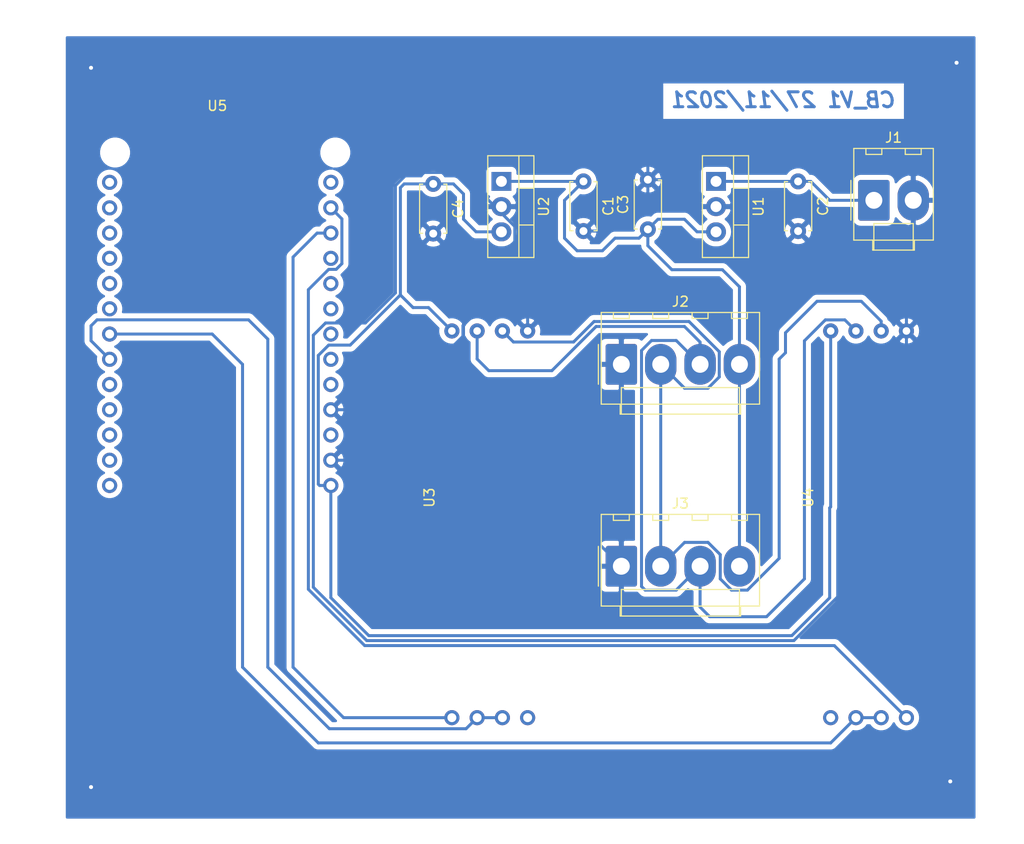
<source format=kicad_pcb>
(kicad_pcb (version 20171130) (host pcbnew "(5.1.10)-1")

  (general
    (thickness 1.6)
    (drawings 13)
    (tracks 192)
    (zones 0)
    (modules 12)
    (nets 32)
  )

  (page A4)
  (layers
    (0 F.Cu signal)
    (31 B.Cu signal)
    (32 B.Adhes user)
    (33 F.Adhes user)
    (34 B.Paste user)
    (35 F.Paste user)
    (36 B.SilkS user)
    (37 F.SilkS user)
    (38 B.Mask user)
    (39 F.Mask user)
    (40 Dwgs.User user)
    (41 Cmts.User user)
    (42 Eco1.User user)
    (43 Eco2.User user)
    (44 Edge.Cuts user)
    (45 Margin user)
    (46 B.CrtYd user)
    (47 F.CrtYd user)
    (48 B.Fab user)
    (49 F.Fab user)
  )

  (setup
    (last_trace_width 0.3)
    (user_trace_width 0.2)
    (user_trace_width 0.3)
    (user_trace_width 0.5)
    (trace_clearance 0.2)
    (zone_clearance 0.508)
    (zone_45_only no)
    (trace_min 0.2)
    (via_size 0.8)
    (via_drill 0.4)
    (via_min_size 0.4)
    (via_min_drill 0.3)
    (uvia_size 0.3)
    (uvia_drill 0.1)
    (uvias_allowed no)
    (uvia_min_size 0.2)
    (uvia_min_drill 0.1)
    (edge_width 0.05)
    (segment_width 0.2)
    (pcb_text_width 0.3)
    (pcb_text_size 1.5 1.5)
    (mod_edge_width 0.12)
    (mod_text_size 1 1)
    (mod_text_width 0.15)
    (pad_size 1.524 1.524)
    (pad_drill 0.762)
    (pad_to_mask_clearance 0)
    (aux_axis_origin 0 0)
    (visible_elements 7FFFFFFF)
    (pcbplotparams
      (layerselection 0x01050_fffffffe)
      (usegerberextensions true)
      (usegerberattributes true)
      (usegerberadvancedattributes true)
      (creategerberjobfile true)
      (excludeedgelayer true)
      (linewidth 0.100000)
      (plotframeref false)
      (viasonmask false)
      (mode 1)
      (useauxorigin false)
      (hpglpennumber 1)
      (hpglpenspeed 20)
      (hpglpendiameter 15.000000)
      (psnegative false)
      (psa4output false)
      (plotreference true)
      (plotvalue true)
      (plotinvisibletext false)
      (padsonsilk false)
      (subtractmaskfromsilk false)
      (outputformat 1)
      (mirror false)
      (drillshape 0)
      (scaleselection 1)
      (outputdirectory "Gerber/"))
  )

  (net 0 "")
  (net 1 GND)
  (net 2 "Net-(C1-Pad1)")
  (net 3 "Net-(C2-Pad1)")
  (net 4 "Net-(C4-Pad1)")
  (net 5 "Net-(J2-Pad3)")
  (net 6 "Net-(J2-Pad2)")
  (net 7 "Net-(U3-Pad1)")
  (net 8 "Net-(U3-Pad2)")
  (net 9 "Net-(U3-Pad4)")
  (net 10 "Net-(U4-Pad1)")
  (net 11 "Net-(U4-Pad2)")
  (net 12 "Net-(U4-Pad4)")
  (net 13 "Net-(U5-Pad36)")
  (net 14 "Net-(U5-Pad39)")
  (net 15 "Net-(U5-PadRST)")
  (net 16 "Net-(U5-Pad34)")
  (net 17 "Net-(U5-Pad35)")
  (net 18 "Net-(U5-Pad14)")
  (net 19 "Net-(U5-Pad15)")
  (net 20 "Net-(U5-Pad2)")
  (net 21 "Net-(U5-Pad0)")
  (net 22 "Net-(U5-Pad4)")
  (net 23 "Net-(U5-Pad25)")
  (net 24 "Net-(U5-Pad21)")
  (net 25 "Net-(U5-Pad22)")
  (net 26 "Net-(U5-Pad23)")
  (net 27 "Net-(U5-Pad19)")
  (net 28 "Net-(U5-PadLoRa2)")
  (net 29 "Net-(U5-PadLoRa1)")
  (net 30 "Net-(U5-Pad26)")
  (net 31 "Net-(U5-Pad3.3V)")

  (net_class Default "This is the default net class."
    (clearance 0.2)
    (trace_width 0.25)
    (via_dia 0.8)
    (via_drill 0.4)
    (uvia_dia 0.3)
    (uvia_drill 0.1)
    (add_net GND)
    (add_net "Net-(C1-Pad1)")
    (add_net "Net-(C2-Pad1)")
    (add_net "Net-(C4-Pad1)")
    (add_net "Net-(J2-Pad2)")
    (add_net "Net-(J2-Pad3)")
    (add_net "Net-(U3-Pad1)")
    (add_net "Net-(U3-Pad2)")
    (add_net "Net-(U3-Pad4)")
    (add_net "Net-(U4-Pad1)")
    (add_net "Net-(U4-Pad2)")
    (add_net "Net-(U4-Pad4)")
    (add_net "Net-(U5-Pad0)")
    (add_net "Net-(U5-Pad14)")
    (add_net "Net-(U5-Pad15)")
    (add_net "Net-(U5-Pad19)")
    (add_net "Net-(U5-Pad2)")
    (add_net "Net-(U5-Pad21)")
    (add_net "Net-(U5-Pad22)")
    (add_net "Net-(U5-Pad23)")
    (add_net "Net-(U5-Pad25)")
    (add_net "Net-(U5-Pad26)")
    (add_net "Net-(U5-Pad3.3V)")
    (add_net "Net-(U5-Pad34)")
    (add_net "Net-(U5-Pad35)")
    (add_net "Net-(U5-Pad36)")
    (add_net "Net-(U5-Pad39)")
    (add_net "Net-(U5-Pad4)")
    (add_net "Net-(U5-PadLoRa1)")
    (add_net "Net-(U5-PadLoRa2)")
    (add_net "Net-(U5-PadRST)")
  )

  (module Capacitor_THT:C_Disc_D4.7mm_W2.5mm_P5.00mm (layer F.Cu) (tedit 5AE50EF0) (tstamp 619C1137)
    (at 136.017 70.739 270)
    (descr "C, Disc series, Radial, pin pitch=5.00mm, , diameter*width=4.7*2.5mm^2, Capacitor, http://www.vishay.com/docs/45233/krseries.pdf")
    (tags "C Disc series Radial pin pitch 5.00mm  diameter 4.7mm width 2.5mm Capacitor")
    (path /616F1AFA)
    (fp_text reference C4 (at 2.5 -2.5 90) (layer F.SilkS)
      (effects (font (size 1 1) (thickness 0.15)))
    )
    (fp_text value 100nF (at 2.5 2.5 90) (layer F.Fab)
      (effects (font (size 1 1) (thickness 0.15)))
    )
    (fp_line (start 6.05 -1.5) (end -1.05 -1.5) (layer F.CrtYd) (width 0.05))
    (fp_line (start 6.05 1.5) (end 6.05 -1.5) (layer F.CrtYd) (width 0.05))
    (fp_line (start -1.05 1.5) (end 6.05 1.5) (layer F.CrtYd) (width 0.05))
    (fp_line (start -1.05 -1.5) (end -1.05 1.5) (layer F.CrtYd) (width 0.05))
    (fp_line (start 4.97 1.055) (end 4.97 1.37) (layer F.SilkS) (width 0.12))
    (fp_line (start 4.97 -1.37) (end 4.97 -1.055) (layer F.SilkS) (width 0.12))
    (fp_line (start 0.03 1.055) (end 0.03 1.37) (layer F.SilkS) (width 0.12))
    (fp_line (start 0.03 -1.37) (end 0.03 -1.055) (layer F.SilkS) (width 0.12))
    (fp_line (start 0.03 1.37) (end 4.97 1.37) (layer F.SilkS) (width 0.12))
    (fp_line (start 0.03 -1.37) (end 4.97 -1.37) (layer F.SilkS) (width 0.12))
    (fp_line (start 4.85 -1.25) (end 0.15 -1.25) (layer F.Fab) (width 0.1))
    (fp_line (start 4.85 1.25) (end 4.85 -1.25) (layer F.Fab) (width 0.1))
    (fp_line (start 0.15 1.25) (end 4.85 1.25) (layer F.Fab) (width 0.1))
    (fp_line (start 0.15 -1.25) (end 0.15 1.25) (layer F.Fab) (width 0.1))
    (fp_text user %R (at 2.5 0 90) (layer F.Fab)
      (effects (font (size 0.94 0.94) (thickness 0.141)))
    )
    (pad 2 thru_hole circle (at 5 0 270) (size 1.6 1.6) (drill 0.8) (layers *.Cu *.Mask)
      (net 1 GND))
    (pad 1 thru_hole circle (at 0 0 270) (size 1.6 1.6) (drill 0.8) (layers *.Cu *.Mask)
      (net 4 "Net-(C4-Pad1)"))
    (model ${KISYS3DMOD}/Capacitor_THT.3dshapes/C_Disc_D4.7mm_W2.5mm_P5.00mm.wrl
      (at (xyz 0 0 0))
      (scale (xyz 1 1 1))
      (rotate (xyz 0 0 0))
    )
  )

  (module escolleraHuellas:max485_TTL_RS485 (layer F.Cu) (tedit 61841886) (tstamp 619C121F)
    (at 172.72 127 90)
    (path /616E2D0F)
    (fp_text reference U4 (at 24.6888 1.016 90) (layer F.SilkS)
      (effects (font (size 1 1) (thickness 0.15)))
    )
    (fp_text value MAX485E (at 24.7904 3.2004 90) (layer F.Fab)
      (effects (font (size 1 1) (thickness 0.15)))
    )
    (fp_line (start 0 0) (end 44.0436 0) (layer F.Fab) (width 0.12))
    (fp_line (start 44.0436 0) (end 44.0436 14.0716) (layer F.Fab) (width 0.12))
    (fp_line (start 44.0436 14.0716) (end 0.4064 14.0208) (layer F.Fab) (width 0.12))
    (fp_line (start 0 0) (end 0 14.0208) (layer F.Fab) (width 0.12))
    (fp_line (start 0 14.0208) (end 0.4064 14.0208) (layer F.Fab) (width 0.12))
    (fp_text user TTL (at 5.7912 7.0612) (layer F.Fab)
      (effects (font (size 1 1) (thickness 0.15)))
    )
    (fp_text user RS485 (at 37.9476 7.0104) (layer F.Fab)
      (effects (font (size 1 1) (thickness 0.15)))
    )
    (pad 1 thru_hole circle (at 2.54 3.275 90) (size 1.524 1.524) (drill 0.9) (layers *.Cu *.Mask)
      (net 10 "Net-(U4-Pad1)"))
    (pad 2 thru_hole circle (at 2.54 5.815 90) (size 1.524 1.524) (drill 0.9) (layers *.Cu *.Mask)
      (net 11 "Net-(U4-Pad2)"))
    (pad 3 thru_hole circle (at 2.54 8.355 90) (size 1.524 1.524) (drill 0.9) (layers *.Cu *.Mask)
      (net 11 "Net-(U4-Pad2)"))
    (pad 4 thru_hole circle (at 2.54 10.895 90) (size 1.524 1.524) (drill 0.9) (layers *.Cu *.Mask)
      (net 12 "Net-(U4-Pad4)"))
    (pad 5 thru_hole circle (at 41.46 10.895 90) (size 1.524 1.524) (drill 0.762) (layers *.Cu *.Mask)
      (net 1 GND))
    (pad 6 thru_hole circle (at 41.46 8.355 90) (size 1.524 1.524) (drill 0.762) (layers *.Cu *.Mask)
      (net 6 "Net-(J2-Pad2)"))
    (pad 7 thru_hole circle (at 41.46 5.815 90) (size 1.524 1.524) (drill 0.762) (layers *.Cu *.Mask)
      (net 5 "Net-(J2-Pad3)"))
    (pad 8 thru_hole circle (at 41.46 3.275 90) (size 1.524 1.524) (drill 0.762) (layers *.Cu *.Mask)
      (net 4 "Net-(C4-Pad1)"))
  )

  (module Capacitor_THT:C_Disc_D4.7mm_W2.5mm_P5.00mm (layer F.Cu) (tedit 5AE50EF0) (tstamp 619C110D)
    (at 172.72 70.485 270)
    (descr "C, Disc series, Radial, pin pitch=5.00mm, , diameter*width=4.7*2.5mm^2, Capacitor, http://www.vishay.com/docs/45233/krseries.pdf")
    (tags "C Disc series Radial pin pitch 5.00mm  diameter 4.7mm width 2.5mm Capacitor")
    (path /616F0A57)
    (fp_text reference C2 (at 2.5 -2.5 90) (layer F.SilkS)
      (effects (font (size 1 1) (thickness 0.15)))
    )
    (fp_text value 330nF (at 2.5 2.5 90) (layer F.Fab)
      (effects (font (size 1 1) (thickness 0.15)))
    )
    (fp_line (start 0.15 -1.25) (end 0.15 1.25) (layer F.Fab) (width 0.1))
    (fp_line (start 0.15 1.25) (end 4.85 1.25) (layer F.Fab) (width 0.1))
    (fp_line (start 4.85 1.25) (end 4.85 -1.25) (layer F.Fab) (width 0.1))
    (fp_line (start 4.85 -1.25) (end 0.15 -1.25) (layer F.Fab) (width 0.1))
    (fp_line (start 0.03 -1.37) (end 4.97 -1.37) (layer F.SilkS) (width 0.12))
    (fp_line (start 0.03 1.37) (end 4.97 1.37) (layer F.SilkS) (width 0.12))
    (fp_line (start 0.03 -1.37) (end 0.03 -1.055) (layer F.SilkS) (width 0.12))
    (fp_line (start 0.03 1.055) (end 0.03 1.37) (layer F.SilkS) (width 0.12))
    (fp_line (start 4.97 -1.37) (end 4.97 -1.055) (layer F.SilkS) (width 0.12))
    (fp_line (start 4.97 1.055) (end 4.97 1.37) (layer F.SilkS) (width 0.12))
    (fp_line (start -1.05 -1.5) (end -1.05 1.5) (layer F.CrtYd) (width 0.05))
    (fp_line (start -1.05 1.5) (end 6.05 1.5) (layer F.CrtYd) (width 0.05))
    (fp_line (start 6.05 1.5) (end 6.05 -1.5) (layer F.CrtYd) (width 0.05))
    (fp_line (start 6.05 -1.5) (end -1.05 -1.5) (layer F.CrtYd) (width 0.05))
    (fp_text user %R (at 2.5 0 90) (layer F.Fab)
      (effects (font (size 0.94 0.94) (thickness 0.141)))
    )
    (pad 1 thru_hole circle (at 0 0 270) (size 1.6 1.6) (drill 0.8) (layers *.Cu *.Mask)
      (net 3 "Net-(C2-Pad1)"))
    (pad 2 thru_hole circle (at 5 0 270) (size 1.6 1.6) (drill 0.8) (layers *.Cu *.Mask)
      (net 1 GND))
    (model ${KISYS3DMOD}/Capacitor_THT.3dshapes/C_Disc_D4.7mm_W2.5mm_P5.00mm.wrl
      (at (xyz 0 0 0))
      (scale (xyz 1 1 1))
      (rotate (xyz 0 0 0))
    )
  )

  (module Capacitor_THT:C_Disc_D4.7mm_W2.5mm_P5.00mm (layer F.Cu) (tedit 5AE50EF0) (tstamp 619C10F8)
    (at 151.13 70.485 270)
    (descr "C, Disc series, Radial, pin pitch=5.00mm, , diameter*width=4.7*2.5mm^2, Capacitor, http://www.vishay.com/docs/45233/krseries.pdf")
    (tags "C Disc series Radial pin pitch 5.00mm  diameter 4.7mm width 2.5mm Capacitor")
    (path /616F1AC0)
    (fp_text reference C1 (at 2.5 -2.5 90) (layer F.SilkS)
      (effects (font (size 1 1) (thickness 0.15)))
    )
    (fp_text value 330nF (at 2.5 2.5 90) (layer F.Fab)
      (effects (font (size 1 1) (thickness 0.15)))
    )
    (fp_line (start 0.15 -1.25) (end 0.15 1.25) (layer F.Fab) (width 0.1))
    (fp_line (start 0.15 1.25) (end 4.85 1.25) (layer F.Fab) (width 0.1))
    (fp_line (start 4.85 1.25) (end 4.85 -1.25) (layer F.Fab) (width 0.1))
    (fp_line (start 4.85 -1.25) (end 0.15 -1.25) (layer F.Fab) (width 0.1))
    (fp_line (start 0.03 -1.37) (end 4.97 -1.37) (layer F.SilkS) (width 0.12))
    (fp_line (start 0.03 1.37) (end 4.97 1.37) (layer F.SilkS) (width 0.12))
    (fp_line (start 0.03 -1.37) (end 0.03 -1.055) (layer F.SilkS) (width 0.12))
    (fp_line (start 0.03 1.055) (end 0.03 1.37) (layer F.SilkS) (width 0.12))
    (fp_line (start 4.97 -1.37) (end 4.97 -1.055) (layer F.SilkS) (width 0.12))
    (fp_line (start 4.97 1.055) (end 4.97 1.37) (layer F.SilkS) (width 0.12))
    (fp_line (start -1.05 -1.5) (end -1.05 1.5) (layer F.CrtYd) (width 0.05))
    (fp_line (start -1.05 1.5) (end 6.05 1.5) (layer F.CrtYd) (width 0.05))
    (fp_line (start 6.05 1.5) (end 6.05 -1.5) (layer F.CrtYd) (width 0.05))
    (fp_line (start 6.05 -1.5) (end -1.05 -1.5) (layer F.CrtYd) (width 0.05))
    (fp_text user %R (at 2.5 0 90) (layer F.Fab)
      (effects (font (size 0.94 0.94) (thickness 0.141)))
    )
    (pad 1 thru_hole circle (at 0 0 270) (size 1.6 1.6) (drill 0.8) (layers *.Cu *.Mask)
      (net 2 "Net-(C1-Pad1)"))
    (pad 2 thru_hole circle (at 5 0 270) (size 1.6 1.6) (drill 0.8) (layers *.Cu *.Mask)
      (net 1 GND))
    (model ${KISYS3DMOD}/Capacitor_THT.3dshapes/C_Disc_D4.7mm_W2.5mm_P5.00mm.wrl
      (at (xyz 0 0 0))
      (scale (xyz 1 1 1))
      (rotate (xyz 0 0 0))
    )
  )

  (module Capacitor_THT:C_Disc_D4.7mm_W2.5mm_P5.00mm (layer F.Cu) (tedit 5AE50EF0) (tstamp 619C18F5)
    (at 157.607 75.311 90)
    (descr "C, Disc series, Radial, pin pitch=5.00mm, , diameter*width=4.7*2.5mm^2, Capacitor, http://www.vishay.com/docs/45233/krseries.pdf")
    (tags "C Disc series Radial pin pitch 5.00mm  diameter 4.7mm width 2.5mm Capacitor")
    (path /616F197F)
    (fp_text reference C3 (at 2.5 -2.5 90) (layer F.SilkS)
      (effects (font (size 1 1) (thickness 0.15)))
    )
    (fp_text value 100nF (at 2.5 2.5 90) (layer F.Fab)
      (effects (font (size 1 1) (thickness 0.15)))
    )
    (fp_line (start 6.05 -1.5) (end -1.05 -1.5) (layer F.CrtYd) (width 0.05))
    (fp_line (start 6.05 1.5) (end 6.05 -1.5) (layer F.CrtYd) (width 0.05))
    (fp_line (start -1.05 1.5) (end 6.05 1.5) (layer F.CrtYd) (width 0.05))
    (fp_line (start -1.05 -1.5) (end -1.05 1.5) (layer F.CrtYd) (width 0.05))
    (fp_line (start 4.97 1.055) (end 4.97 1.37) (layer F.SilkS) (width 0.12))
    (fp_line (start 4.97 -1.37) (end 4.97 -1.055) (layer F.SilkS) (width 0.12))
    (fp_line (start 0.03 1.055) (end 0.03 1.37) (layer F.SilkS) (width 0.12))
    (fp_line (start 0.03 -1.37) (end 0.03 -1.055) (layer F.SilkS) (width 0.12))
    (fp_line (start 0.03 1.37) (end 4.97 1.37) (layer F.SilkS) (width 0.12))
    (fp_line (start 0.03 -1.37) (end 4.97 -1.37) (layer F.SilkS) (width 0.12))
    (fp_line (start 4.85 -1.25) (end 0.15 -1.25) (layer F.Fab) (width 0.1))
    (fp_line (start 4.85 1.25) (end 4.85 -1.25) (layer F.Fab) (width 0.1))
    (fp_line (start 0.15 1.25) (end 4.85 1.25) (layer F.Fab) (width 0.1))
    (fp_line (start 0.15 -1.25) (end 0.15 1.25) (layer F.Fab) (width 0.1))
    (fp_text user %R (at 2.5 0 90) (layer F.Fab)
      (effects (font (size 0.94 0.94) (thickness 0.141)))
    )
    (pad 2 thru_hole circle (at 5 0 90) (size 1.6 1.6) (drill 0.8) (layers *.Cu *.Mask)
      (net 1 GND))
    (pad 1 thru_hole circle (at 0 0 90) (size 1.6 1.6) (drill 0.8) (layers *.Cu *.Mask)
      (net 2 "Net-(C1-Pad1)"))
    (model ${KISYS3DMOD}/Capacitor_THT.3dshapes/C_Disc_D4.7mm_W2.5mm_P5.00mm.wrl
      (at (xyz 0 0 0))
      (scale (xyz 1 1 1))
      (rotate (xyz 0 0 0))
    )
  )

  (module Connector_Molex:Molex_KK-396_A-41791-0002_1x02_P3.96mm_Vertical (layer F.Cu) (tedit 5DC431B4) (tstamp 619C1161)
    (at 180.34 72.39)
    (descr "Molex KK 396 Interconnect System, old/engineering part number: A-41791-0002 example for new part number: 26-60-4020, 2 Pins (https://www.molex.com/pdm_docs/sd/026604020_sd.pdf), generated with kicad-footprint-generator")
    (tags "connector Molex KK-396 vertical")
    (path /616EF701)
    (fp_text reference J1 (at 1.98 -6.31) (layer F.SilkS)
      (effects (font (size 1 1) (thickness 0.15)))
    )
    (fp_text value Conn_01x02 (at 1.98 6.1) (layer F.Fab)
      (effects (font (size 1 1) (thickness 0.15)))
    )
    (fp_line (start -1.91 -5.11) (end 5.87 -5.11) (layer F.Fab) (width 0.1))
    (fp_line (start 5.87 -5.11) (end 5.87 3.895) (layer F.Fab) (width 0.1))
    (fp_line (start 5.87 3.895) (end 3.965 3.895) (layer F.Fab) (width 0.1))
    (fp_line (start 3.965 3.895) (end 3.965 4.9) (layer F.Fab) (width 0.1))
    (fp_line (start 3.965 4.9) (end -0.005 4.9) (layer F.Fab) (width 0.1))
    (fp_line (start -0.005 4.9) (end -0.005 3.895) (layer F.Fab) (width 0.1))
    (fp_line (start -0.005 3.895) (end -1.91 3.895) (layer F.Fab) (width 0.1))
    (fp_line (start -1.91 3.895) (end -1.91 -5.11) (layer F.Fab) (width 0.1))
    (fp_line (start -2.02 -5.22) (end 5.98 -5.22) (layer F.SilkS) (width 0.12))
    (fp_line (start 5.98 -5.22) (end 5.98 4.005) (layer F.SilkS) (width 0.12))
    (fp_line (start 5.98 4.005) (end 4.075 4.005) (layer F.SilkS) (width 0.12))
    (fp_line (start 4.075 4.005) (end 4.075 5.01) (layer F.SilkS) (width 0.12))
    (fp_line (start 4.075 5.01) (end -0.115 5.01) (layer F.SilkS) (width 0.12))
    (fp_line (start -0.115 5.01) (end -0.115 4.005) (layer F.SilkS) (width 0.12))
    (fp_line (start -0.115 4.005) (end -2.02 4.005) (layer F.SilkS) (width 0.12))
    (fp_line (start -2.02 4.005) (end -2.02 -5.22) (layer F.SilkS) (width 0.12))
    (fp_line (start -2.31 -2) (end -2.31 2) (layer F.SilkS) (width 0.12))
    (fp_line (start -1.91 -0.5) (end -1.202893 0) (layer F.Fab) (width 0.1))
    (fp_line (start -1.202893 0) (end -1.91 0.5) (layer F.Fab) (width 0.1))
    (fp_line (start 0 5.01) (end 0 4.01) (layer F.SilkS) (width 0.12))
    (fp_line (start 0 4.01) (end 3.96 4.01) (layer F.SilkS) (width 0.12))
    (fp_line (start 3.96 4.01) (end 3.96 5.01) (layer F.SilkS) (width 0.12))
    (fp_line (start 0 4.01) (end 0 2.34) (layer F.SilkS) (width 0.12))
    (fp_line (start 0 2.34) (end 3.96 2.34) (layer F.SilkS) (width 0.12))
    (fp_line (start 3.96 2.34) (end 3.96 4.01) (layer F.SilkS) (width 0.12))
    (fp_line (start -0.8 -5.22) (end -0.8 -4.62) (layer F.SilkS) (width 0.12))
    (fp_line (start -0.8 -4.62) (end 0.8 -4.62) (layer F.SilkS) (width 0.12))
    (fp_line (start 0.8 -4.62) (end 0.8 -5.22) (layer F.SilkS) (width 0.12))
    (fp_line (start 3.16 -5.22) (end 3.16 -4.62) (layer F.SilkS) (width 0.12))
    (fp_line (start 3.16 -4.62) (end 4.76 -4.62) (layer F.SilkS) (width 0.12))
    (fp_line (start 4.76 -4.62) (end 4.76 -5.22) (layer F.SilkS) (width 0.12))
    (fp_line (start -2.41 -5.61) (end -2.41 5.4) (layer F.CrtYd) (width 0.05))
    (fp_line (start -2.41 5.4) (end 6.37 5.4) (layer F.CrtYd) (width 0.05))
    (fp_line (start 6.37 5.4) (end 6.37 -5.61) (layer F.CrtYd) (width 0.05))
    (fp_line (start 6.37 -5.61) (end -2.41 -5.61) (layer F.CrtYd) (width 0.05))
    (fp_text user %R (at 1.98 -4.41) (layer F.Fab)
      (effects (font (size 1 1) (thickness 0.15)))
    )
    (pad 1 thru_hole roundrect (at 0 0) (size 3.16 4.1) (drill 1.7) (layers *.Cu *.Mask) (roundrect_rratio 0.07911392405063292)
      (net 3 "Net-(C2-Pad1)"))
    (pad 2 thru_hole oval (at 3.96 0) (size 3.16 4.1) (drill 1.7) (layers *.Cu *.Mask)
      (net 1 GND))
    (model ${KISYS3DMOD}/Connector_Molex.3dshapes/Molex_KK-396_A-41791-0002_1x02_P3.96mm_Vertical.wrl
      (at (xyz 0 0 0))
      (scale (xyz 1 1 1))
      (rotate (xyz 0 0 0))
    )
    (model "C:/Users/DANIEL/Documents/Personal/Convocatorias/Escollera/tesis/Repositorio Alianza Escollera/EscolleraCircuito/cad/JST - CH - Thru (V) - 2Pin - 3.96mm.stp"
      (offset (xyz 2 0 0))
      (scale (xyz 1 1 1))
      (rotate (xyz 0 0 0))
    )
  )

  (module Connector_Molex:Molex_KK-396_A-41791-0004_1x04_P3.96mm_Vertical (layer F.Cu) (tedit 5DC431B4) (tstamp 619C1193)
    (at 154.94 88.9)
    (descr "Molex KK 396 Interconnect System, old/engineering part number: A-41791-0004 example for new part number: 26-60-4040, 4 Pins (https://www.molex.com/pdm_docs/sd/026604020_sd.pdf), generated with kicad-footprint-generator")
    (tags "connector Molex KK-396 vertical")
    (path /616E77DA)
    (fp_text reference J2 (at 5.94 -6.31) (layer F.SilkS)
      (effects (font (size 1 1) (thickness 0.15)))
    )
    (fp_text value Conn_01x04 (at 5.94 6.1) (layer F.Fab)
      (effects (font (size 1 1) (thickness 0.15)))
    )
    (fp_line (start 14.29 -5.61) (end -2.41 -5.61) (layer F.CrtYd) (width 0.05))
    (fp_line (start 14.29 5.4) (end 14.29 -5.61) (layer F.CrtYd) (width 0.05))
    (fp_line (start -2.41 5.4) (end 14.29 5.4) (layer F.CrtYd) (width 0.05))
    (fp_line (start -2.41 -5.61) (end -2.41 5.4) (layer F.CrtYd) (width 0.05))
    (fp_line (start 12.68 -4.62) (end 12.68 -5.22) (layer F.SilkS) (width 0.12))
    (fp_line (start 11.08 -4.62) (end 12.68 -4.62) (layer F.SilkS) (width 0.12))
    (fp_line (start 11.08 -5.22) (end 11.08 -4.62) (layer F.SilkS) (width 0.12))
    (fp_line (start 8.72 -4.62) (end 8.72 -5.22) (layer F.SilkS) (width 0.12))
    (fp_line (start 7.12 -4.62) (end 8.72 -4.62) (layer F.SilkS) (width 0.12))
    (fp_line (start 7.12 -5.22) (end 7.12 -4.62) (layer F.SilkS) (width 0.12))
    (fp_line (start 4.76 -4.62) (end 4.76 -5.22) (layer F.SilkS) (width 0.12))
    (fp_line (start 3.16 -4.62) (end 4.76 -4.62) (layer F.SilkS) (width 0.12))
    (fp_line (start 3.16 -5.22) (end 3.16 -4.62) (layer F.SilkS) (width 0.12))
    (fp_line (start 0.8 -4.62) (end 0.8 -5.22) (layer F.SilkS) (width 0.12))
    (fp_line (start -0.8 -4.62) (end 0.8 -4.62) (layer F.SilkS) (width 0.12))
    (fp_line (start -0.8 -5.22) (end -0.8 -4.62) (layer F.SilkS) (width 0.12))
    (fp_line (start 11.88 2.34) (end 11.88 4.01) (layer F.SilkS) (width 0.12))
    (fp_line (start 0 2.34) (end 11.88 2.34) (layer F.SilkS) (width 0.12))
    (fp_line (start 0 4.01) (end 0 2.34) (layer F.SilkS) (width 0.12))
    (fp_line (start 11.88 4.01) (end 11.88 5.01) (layer F.SilkS) (width 0.12))
    (fp_line (start 0 4.01) (end 11.88 4.01) (layer F.SilkS) (width 0.12))
    (fp_line (start 0 5.01) (end 0 4.01) (layer F.SilkS) (width 0.12))
    (fp_line (start -1.202893 0) (end -1.91 0.5) (layer F.Fab) (width 0.1))
    (fp_line (start -1.91 -0.5) (end -1.202893 0) (layer F.Fab) (width 0.1))
    (fp_line (start -2.31 -2) (end -2.31 2) (layer F.SilkS) (width 0.12))
    (fp_line (start -2.02 4.005) (end -2.02 -5.22) (layer F.SilkS) (width 0.12))
    (fp_line (start -0.115 4.005) (end -2.02 4.005) (layer F.SilkS) (width 0.12))
    (fp_line (start -0.115 5.01) (end -0.115 4.005) (layer F.SilkS) (width 0.12))
    (fp_line (start 11.995 5.01) (end -0.115 5.01) (layer F.SilkS) (width 0.12))
    (fp_line (start 11.995 4.005) (end 11.995 5.01) (layer F.SilkS) (width 0.12))
    (fp_line (start 13.9 4.005) (end 11.995 4.005) (layer F.SilkS) (width 0.12))
    (fp_line (start 13.9 -5.22) (end 13.9 4.005) (layer F.SilkS) (width 0.12))
    (fp_line (start -2.02 -5.22) (end 13.9 -5.22) (layer F.SilkS) (width 0.12))
    (fp_line (start -1.91 3.895) (end -1.91 -5.11) (layer F.Fab) (width 0.1))
    (fp_line (start -0.005 3.895) (end -1.91 3.895) (layer F.Fab) (width 0.1))
    (fp_line (start -0.005 4.9) (end -0.005 3.895) (layer F.Fab) (width 0.1))
    (fp_line (start 11.885 4.9) (end -0.005 4.9) (layer F.Fab) (width 0.1))
    (fp_line (start 11.885 3.895) (end 11.885 4.9) (layer F.Fab) (width 0.1))
    (fp_line (start 13.79 3.895) (end 11.885 3.895) (layer F.Fab) (width 0.1))
    (fp_line (start 13.79 -5.11) (end 13.79 3.895) (layer F.Fab) (width 0.1))
    (fp_line (start -1.91 -5.11) (end 13.79 -5.11) (layer F.Fab) (width 0.1))
    (fp_text user %R (at 5.94 -4.41) (layer F.Fab)
      (effects (font (size 1 1) (thickness 0.15)))
    )
    (pad 4 thru_hole oval (at 11.88 0) (size 3.16 4.1) (drill 1.7) (layers *.Cu *.Mask)
      (net 2 "Net-(C1-Pad1)"))
    (pad 3 thru_hole oval (at 7.92 0) (size 3.16 4.1) (drill 1.7) (layers *.Cu *.Mask)
      (net 5 "Net-(J2-Pad3)"))
    (pad 2 thru_hole oval (at 3.96 0) (size 3.16 4.1) (drill 1.7) (layers *.Cu *.Mask)
      (net 6 "Net-(J2-Pad2)"))
    (pad 1 thru_hole roundrect (at 0 0) (size 3.16 4.1) (drill 1.7) (layers *.Cu *.Mask) (roundrect_rratio 0.07911392405063292)
      (net 1 GND))
    (model ${KISYS3DMOD}/Connector_Molex.3dshapes/Molex_KK-396_A-41791-0004_1x04_P3.96mm_Vertical.wrl
      (offset (xyz 1.5 0 0))
      (scale (xyz 1 1 1))
      (rotate (xyz 0 0 0))
    )
    (model "C:/Users/DANIEL/Documents/Personal/Convocatorias/Escollera/tesis/Repositorio Alianza Escollera/EscolleraCircuito/cad/JST - CH - Thru (V) - 4Pin - 3.96mm.stp"
      (offset (xyz 6 0 0))
      (scale (xyz 1 1 1))
      (rotate (xyz 0 0 0))
    )
  )

  (module Connector_Molex:Molex_KK-396_A-41791-0004_1x04_P3.96mm_Vertical (layer F.Cu) (tedit 5DC431B4) (tstamp 619C11C5)
    (at 154.94 109.22)
    (descr "Molex KK 396 Interconnect System, old/engineering part number: A-41791-0004 example for new part number: 26-60-4040, 4 Pins (https://www.molex.com/pdm_docs/sd/026604020_sd.pdf), generated with kicad-footprint-generator")
    (tags "connector Molex KK-396 vertical")
    (path /616E634A)
    (fp_text reference J3 (at 5.94 -6.31) (layer F.SilkS)
      (effects (font (size 1 1) (thickness 0.15)))
    )
    (fp_text value Conn_01x04 (at 5.94 6.1) (layer F.Fab)
      (effects (font (size 1 1) (thickness 0.15)))
    )
    (fp_line (start -1.91 -5.11) (end 13.79 -5.11) (layer F.Fab) (width 0.1))
    (fp_line (start 13.79 -5.11) (end 13.79 3.895) (layer F.Fab) (width 0.1))
    (fp_line (start 13.79 3.895) (end 11.885 3.895) (layer F.Fab) (width 0.1))
    (fp_line (start 11.885 3.895) (end 11.885 4.9) (layer F.Fab) (width 0.1))
    (fp_line (start 11.885 4.9) (end -0.005 4.9) (layer F.Fab) (width 0.1))
    (fp_line (start -0.005 4.9) (end -0.005 3.895) (layer F.Fab) (width 0.1))
    (fp_line (start -0.005 3.895) (end -1.91 3.895) (layer F.Fab) (width 0.1))
    (fp_line (start -1.91 3.895) (end -1.91 -5.11) (layer F.Fab) (width 0.1))
    (fp_line (start -2.02 -5.22) (end 13.9 -5.22) (layer F.SilkS) (width 0.12))
    (fp_line (start 13.9 -5.22) (end 13.9 4.005) (layer F.SilkS) (width 0.12))
    (fp_line (start 13.9 4.005) (end 11.995 4.005) (layer F.SilkS) (width 0.12))
    (fp_line (start 11.995 4.005) (end 11.995 5.01) (layer F.SilkS) (width 0.12))
    (fp_line (start 11.995 5.01) (end -0.115 5.01) (layer F.SilkS) (width 0.12))
    (fp_line (start -0.115 5.01) (end -0.115 4.005) (layer F.SilkS) (width 0.12))
    (fp_line (start -0.115 4.005) (end -2.02 4.005) (layer F.SilkS) (width 0.12))
    (fp_line (start -2.02 4.005) (end -2.02 -5.22) (layer F.SilkS) (width 0.12))
    (fp_line (start -2.31 -2) (end -2.31 2) (layer F.SilkS) (width 0.12))
    (fp_line (start -1.91 -0.5) (end -1.202893 0) (layer F.Fab) (width 0.1))
    (fp_line (start -1.202893 0) (end -1.91 0.5) (layer F.Fab) (width 0.1))
    (fp_line (start 0 5.01) (end 0 4.01) (layer F.SilkS) (width 0.12))
    (fp_line (start 0 4.01) (end 11.88 4.01) (layer F.SilkS) (width 0.12))
    (fp_line (start 11.88 4.01) (end 11.88 5.01) (layer F.SilkS) (width 0.12))
    (fp_line (start 0 4.01) (end 0 2.34) (layer F.SilkS) (width 0.12))
    (fp_line (start 0 2.34) (end 11.88 2.34) (layer F.SilkS) (width 0.12))
    (fp_line (start 11.88 2.34) (end 11.88 4.01) (layer F.SilkS) (width 0.12))
    (fp_line (start -0.8 -5.22) (end -0.8 -4.62) (layer F.SilkS) (width 0.12))
    (fp_line (start -0.8 -4.62) (end 0.8 -4.62) (layer F.SilkS) (width 0.12))
    (fp_line (start 0.8 -4.62) (end 0.8 -5.22) (layer F.SilkS) (width 0.12))
    (fp_line (start 3.16 -5.22) (end 3.16 -4.62) (layer F.SilkS) (width 0.12))
    (fp_line (start 3.16 -4.62) (end 4.76 -4.62) (layer F.SilkS) (width 0.12))
    (fp_line (start 4.76 -4.62) (end 4.76 -5.22) (layer F.SilkS) (width 0.12))
    (fp_line (start 7.12 -5.22) (end 7.12 -4.62) (layer F.SilkS) (width 0.12))
    (fp_line (start 7.12 -4.62) (end 8.72 -4.62) (layer F.SilkS) (width 0.12))
    (fp_line (start 8.72 -4.62) (end 8.72 -5.22) (layer F.SilkS) (width 0.12))
    (fp_line (start 11.08 -5.22) (end 11.08 -4.62) (layer F.SilkS) (width 0.12))
    (fp_line (start 11.08 -4.62) (end 12.68 -4.62) (layer F.SilkS) (width 0.12))
    (fp_line (start 12.68 -4.62) (end 12.68 -5.22) (layer F.SilkS) (width 0.12))
    (fp_line (start -2.41 -5.61) (end -2.41 5.4) (layer F.CrtYd) (width 0.05))
    (fp_line (start -2.41 5.4) (end 14.29 5.4) (layer F.CrtYd) (width 0.05))
    (fp_line (start 14.29 5.4) (end 14.29 -5.61) (layer F.CrtYd) (width 0.05))
    (fp_line (start 14.29 -5.61) (end -2.41 -5.61) (layer F.CrtYd) (width 0.05))
    (fp_text user %R (at 5.94 -4.41) (layer F.Fab)
      (effects (font (size 1 1) (thickness 0.15)))
    )
    (pad 1 thru_hole roundrect (at 0 0) (size 3.16 4.1) (drill 1.7) (layers *.Cu *.Mask) (roundrect_rratio 0.07911392405063292)
      (net 1 GND))
    (pad 2 thru_hole oval (at 3.96 0) (size 3.16 4.1) (drill 1.7) (layers *.Cu *.Mask)
      (net 6 "Net-(J2-Pad2)"))
    (pad 3 thru_hole oval (at 7.92 0) (size 3.16 4.1) (drill 1.7) (layers *.Cu *.Mask)
      (net 5 "Net-(J2-Pad3)"))
    (pad 4 thru_hole oval (at 11.88 0) (size 3.16 4.1) (drill 1.7) (layers *.Cu *.Mask)
      (net 2 "Net-(C1-Pad1)"))
    (model ${KISYS3DMOD}/Connector_Molex.3dshapes/Molex_KK-396_A-41791-0004_1x04_P3.96mm_Vertical.wrl
      (at (xyz 0 0 0))
      (scale (xyz 1 1 1))
      (rotate (xyz 0 0 0))
    )
    (model "C:/Program Files/KiCad/share/kicad/modules/Connector_Molex.pretty/Molex_KK-396_A-41791-0004_1x04_P3.96mm_Vertical.kicad_mod"
      (at (xyz 0 0 0))
      (scale (xyz 1 1 1))
      (rotate (xyz 0 0 0))
    )
    (model "C:/Users/DANIEL/Documents/Personal/Convocatorias/Escollera/tesis/Repositorio Alianza Escollera/EscolleraCircuito/cad/JST - CH - Thru (V) - 4Pin - 3.96mm.stp"
      (offset (xyz 6 0 0))
      (scale (xyz 1 1 1))
      (rotate (xyz 0 0 0))
    )
  )

  (module Package_TO_SOT_THT:TO-220-3_Vertical (layer F.Cu) (tedit 5AC8BA0D) (tstamp 619C11DF)
    (at 164.465 70.485 270)
    (descr "TO-220-3, Vertical, RM 2.54mm, see https://www.vishay.com/docs/66542/to-220-1.pdf")
    (tags "TO-220-3 Vertical RM 2.54mm")
    (path /616ED667)
    (fp_text reference U1 (at 2.54 -4.27 90) (layer F.SilkS)
      (effects (font (size 1 1) (thickness 0.15)))
    )
    (fp_text value LM7812_TO220 (at 2.54 2.5 90) (layer F.Fab)
      (effects (font (size 1 1) (thickness 0.15)))
    )
    (fp_line (start -2.46 -3.15) (end -2.46 1.25) (layer F.Fab) (width 0.1))
    (fp_line (start -2.46 1.25) (end 7.54 1.25) (layer F.Fab) (width 0.1))
    (fp_line (start 7.54 1.25) (end 7.54 -3.15) (layer F.Fab) (width 0.1))
    (fp_line (start 7.54 -3.15) (end -2.46 -3.15) (layer F.Fab) (width 0.1))
    (fp_line (start -2.46 -1.88) (end 7.54 -1.88) (layer F.Fab) (width 0.1))
    (fp_line (start 0.69 -3.15) (end 0.69 -1.88) (layer F.Fab) (width 0.1))
    (fp_line (start 4.39 -3.15) (end 4.39 -1.88) (layer F.Fab) (width 0.1))
    (fp_line (start -2.58 -3.27) (end 7.66 -3.27) (layer F.SilkS) (width 0.12))
    (fp_line (start -2.58 1.371) (end 7.66 1.371) (layer F.SilkS) (width 0.12))
    (fp_line (start -2.58 -3.27) (end -2.58 1.371) (layer F.SilkS) (width 0.12))
    (fp_line (start 7.66 -3.27) (end 7.66 1.371) (layer F.SilkS) (width 0.12))
    (fp_line (start -2.58 -1.76) (end 7.66 -1.76) (layer F.SilkS) (width 0.12))
    (fp_line (start 0.69 -3.27) (end 0.69 -1.76) (layer F.SilkS) (width 0.12))
    (fp_line (start 4.391 -3.27) (end 4.391 -1.76) (layer F.SilkS) (width 0.12))
    (fp_line (start -2.71 -3.4) (end -2.71 1.51) (layer F.CrtYd) (width 0.05))
    (fp_line (start -2.71 1.51) (end 7.79 1.51) (layer F.CrtYd) (width 0.05))
    (fp_line (start 7.79 1.51) (end 7.79 -3.4) (layer F.CrtYd) (width 0.05))
    (fp_line (start 7.79 -3.4) (end -2.71 -3.4) (layer F.CrtYd) (width 0.05))
    (fp_text user %R (at 2.54 -4.27 90) (layer F.Fab)
      (effects (font (size 1 1) (thickness 0.15)))
    )
    (pad 1 thru_hole rect (at 0 0 270) (size 1.905 2) (drill 1.1) (layers *.Cu *.Mask)
      (net 3 "Net-(C2-Pad1)"))
    (pad 2 thru_hole oval (at 2.54 0 270) (size 1.905 2) (drill 1.1) (layers *.Cu *.Mask)
      (net 1 GND))
    (pad 3 thru_hole oval (at 5.08 0 270) (size 1.905 2) (drill 1.1) (layers *.Cu *.Mask)
      (net 2 "Net-(C1-Pad1)"))
    (model ${KISYS3DMOD}/Package_TO_SOT_THT.3dshapes/TO-220-3_Vertical.wrl
      (at (xyz 0 0 0))
      (scale (xyz 1 1 1))
      (rotate (xyz 0 0 0))
    )
  )

  (module Package_TO_SOT_THT:TO-220-3_Vertical (layer F.Cu) (tedit 5AC8BA0D) (tstamp 619C11F9)
    (at 142.875 70.485 270)
    (descr "TO-220-3, Vertical, RM 2.54mm, see https://www.vishay.com/docs/66542/to-220-1.pdf")
    (tags "TO-220-3 Vertical RM 2.54mm")
    (path /616EEB39)
    (fp_text reference U2 (at 2.54 -4.27 90) (layer F.SilkS)
      (effects (font (size 1 1) (thickness 0.15)))
    )
    (fp_text value LM7805_TO220 (at 2.54 2.5 90) (layer F.Fab)
      (effects (font (size 1 1) (thickness 0.15)))
    )
    (fp_line (start 7.79 -3.4) (end -2.71 -3.4) (layer F.CrtYd) (width 0.05))
    (fp_line (start 7.79 1.51) (end 7.79 -3.4) (layer F.CrtYd) (width 0.05))
    (fp_line (start -2.71 1.51) (end 7.79 1.51) (layer F.CrtYd) (width 0.05))
    (fp_line (start -2.71 -3.4) (end -2.71 1.51) (layer F.CrtYd) (width 0.05))
    (fp_line (start 4.391 -3.27) (end 4.391 -1.76) (layer F.SilkS) (width 0.12))
    (fp_line (start 0.69 -3.27) (end 0.69 -1.76) (layer F.SilkS) (width 0.12))
    (fp_line (start -2.58 -1.76) (end 7.66 -1.76) (layer F.SilkS) (width 0.12))
    (fp_line (start 7.66 -3.27) (end 7.66 1.371) (layer F.SilkS) (width 0.12))
    (fp_line (start -2.58 -3.27) (end -2.58 1.371) (layer F.SilkS) (width 0.12))
    (fp_line (start -2.58 1.371) (end 7.66 1.371) (layer F.SilkS) (width 0.12))
    (fp_line (start -2.58 -3.27) (end 7.66 -3.27) (layer F.SilkS) (width 0.12))
    (fp_line (start 4.39 -3.15) (end 4.39 -1.88) (layer F.Fab) (width 0.1))
    (fp_line (start 0.69 -3.15) (end 0.69 -1.88) (layer F.Fab) (width 0.1))
    (fp_line (start -2.46 -1.88) (end 7.54 -1.88) (layer F.Fab) (width 0.1))
    (fp_line (start 7.54 -3.15) (end -2.46 -3.15) (layer F.Fab) (width 0.1))
    (fp_line (start 7.54 1.25) (end 7.54 -3.15) (layer F.Fab) (width 0.1))
    (fp_line (start -2.46 1.25) (end 7.54 1.25) (layer F.Fab) (width 0.1))
    (fp_line (start -2.46 -3.15) (end -2.46 1.25) (layer F.Fab) (width 0.1))
    (fp_text user %R (at 2.54 -4.27 90) (layer F.Fab)
      (effects (font (size 1 1) (thickness 0.15)))
    )
    (pad 3 thru_hole oval (at 5.08 0 270) (size 1.905 2) (drill 1.1) (layers *.Cu *.Mask)
      (net 4 "Net-(C4-Pad1)"))
    (pad 2 thru_hole oval (at 2.54 0 270) (size 1.905 2) (drill 1.1) (layers *.Cu *.Mask)
      (net 1 GND))
    (pad 1 thru_hole rect (at 0 0 270) (size 1.905 2) (drill 1.1) (layers *.Cu *.Mask)
      (net 2 "Net-(C1-Pad1)"))
    (model ${KISYS3DMOD}/Package_TO_SOT_THT.3dshapes/TO-220-3_Vertical.wrl
      (at (xyz 0 0 0))
      (scale (xyz 1 1 1))
      (rotate (xyz 0 0 0))
    )
  )

  (module escolleraHuellas:max485_TTL_RS485 (layer F.Cu) (tedit 61841886) (tstamp 619C120C)
    (at 134.62 127 90)
    (path /616E446E)
    (fp_text reference U3 (at 24.6888 1.016 90) (layer F.SilkS)
      (effects (font (size 1 1) (thickness 0.15)))
    )
    (fp_text value MAX485E (at 24.7904 3.2004 90) (layer F.Fab)
      (effects (font (size 1 1) (thickness 0.15)))
    )
    (fp_line (start 0 14.0208) (end 0.4064 14.0208) (layer F.Fab) (width 0.12))
    (fp_line (start 0 0) (end 0 14.0208) (layer F.Fab) (width 0.12))
    (fp_line (start 44.0436 14.0716) (end 0.4064 14.0208) (layer F.Fab) (width 0.12))
    (fp_line (start 44.0436 0) (end 44.0436 14.0716) (layer F.Fab) (width 0.12))
    (fp_line (start 0 0) (end 44.0436 0) (layer F.Fab) (width 0.12))
    (fp_text user RS485 (at 37.9476 7.0104) (layer F.Fab)
      (effects (font (size 1 1) (thickness 0.15)))
    )
    (fp_text user TTL (at 5.7912 7.0612) (layer F.Fab)
      (effects (font (size 1 1) (thickness 0.15)))
    )
    (pad 8 thru_hole circle (at 41.46 3.275 90) (size 1.524 1.524) (drill 0.762) (layers *.Cu *.Mask)
      (net 4 "Net-(C4-Pad1)"))
    (pad 7 thru_hole circle (at 41.46 5.815 90) (size 1.524 1.524) (drill 0.762) (layers *.Cu *.Mask)
      (net 5 "Net-(J2-Pad3)"))
    (pad 6 thru_hole circle (at 41.46 8.355 90) (size 1.524 1.524) (drill 0.762) (layers *.Cu *.Mask)
      (net 6 "Net-(J2-Pad2)"))
    (pad 5 thru_hole circle (at 41.46 10.895 90) (size 1.524 1.524) (drill 0.762) (layers *.Cu *.Mask)
      (net 1 GND))
    (pad 4 thru_hole circle (at 2.54 10.895 90) (size 1.524 1.524) (drill 0.9) (layers *.Cu *.Mask)
      (net 9 "Net-(U3-Pad4)"))
    (pad 3 thru_hole circle (at 2.54 8.355 90) (size 1.524 1.524) (drill 0.9) (layers *.Cu *.Mask)
      (net 8 "Net-(U3-Pad2)"))
    (pad 2 thru_hole circle (at 2.54 5.815 90) (size 1.524 1.524) (drill 0.9) (layers *.Cu *.Mask)
      (net 8 "Net-(U3-Pad2)"))
    (pad 1 thru_hole circle (at 2.54 3.275 90) (size 1.524 1.524) (drill 0.9) (layers *.Cu *.Mask)
      (net 7 "Net-(U3-Pad1)"))
    (model "C:/Users/DANIEL/Documents/Personal/Convocatorias/Escollera/tesis/Repositorio Alianza Escollera/EscolleraCircuito/cad/MAX485ensamble.stp"
      (offset (xyz 25 -8 -15.5))
      (scale (xyz 0.864 1 0.7))
      (rotate (xyz -90 0 0))
    )
  )

  (module escolleraHuellas:TTGO (layer F.Cu) (tedit 61840E3E) (tstamp 619C1244)
    (at 100.58 65.02)
    (path /6170B131)
    (fp_text reference U5 (at 13.716 -2.1336) (layer F.SilkS)
      (effects (font (size 1 1) (thickness 0.15)))
    )
    (fp_text value TTGO_LoRa32 (at 13.4112 -0.8128) (layer F.Fab)
      (effects (font (size 1 1) (thickness 0.15)))
    )
    (fp_line (start 0.127 62.865) (end 0 0) (layer F.CrtYd) (width 0.12))
    (fp_line (start 27.178 62.865) (end 0.127 62.865) (layer F.CrtYd) (width 0.12))
    (fp_line (start 27.051 0) (end 27.178 62.865) (layer F.CrtYd) (width 0.12))
    (fp_line (start 0 0) (end 27.051 0) (layer F.CrtYd) (width 0.12))
    (fp_text user TTGO (at 14.224 4.064) (layer F.CrtYd)
      (effects (font (size 5 5) (thickness 0.15)))
    )
    (pad 5V thru_hole circle (at 25.14 36.07) (size 1.524 1.524) (drill 0.9) (layers *.Cu *.Mask)
      (net 4 "Net-(C4-Pad1)"))
    (pad GND thru_hole circle (at 25.14 33.53) (size 1.524 1.524) (drill 0.9) (layers *.Cu *.Mask)
      (net 1 GND))
    (pad 3.3V thru_hole circle (at 25.14 30.99) (size 1.524 1.524) (drill 0.9) (layers *.Cu *.Mask)
      (net 31 "Net-(U5-Pad3.3V)"))
    (pad GND thru_hole circle (at 25.14 28.45) (size 1.524 1.524) (drill 0.9) (layers *.Cu *.Mask)
      (net 1 GND))
    (pad 26 thru_hole circle (at 25.14 25.91) (size 1.524 1.524) (drill 0.9) (layers *.Cu *.Mask)
      (net 30 "Net-(U5-Pad26)"))
    (pad LoRa1 thru_hole circle (at 25.14 23.37) (size 1.524 1.524) (drill 0.9) (layers *.Cu *.Mask)
      (net 29 "Net-(U5-PadLoRa1)"))
    (pad LoRa2 thru_hole circle (at 25.14 20.83) (size 1.524 1.524) (drill 0.9) (layers *.Cu *.Mask)
      (net 28 "Net-(U5-PadLoRa2)"))
    (pad 19 thru_hole circle (at 25.14 18.29) (size 1.524 1.524) (drill 0.9) (layers *.Cu *.Mask)
      (net 27 "Net-(U5-Pad19)"))
    (pad 23 thru_hole circle (at 25.14 15.75) (size 1.524 1.524) (drill 0.9) (layers *.Cu *.Mask)
      (net 26 "Net-(U5-Pad23)"))
    (pad 22 thru_hole circle (at 25.14 13.21) (size 1.524 1.524) (drill 0.9) (layers *.Cu *.Mask)
      (net 25 "Net-(U5-Pad22)"))
    (pad RX0 thru_hole circle (at 25.14 10.67) (size 1.524 1.524) (drill 0.9) (layers *.Cu *.Mask)
      (net 7 "Net-(U3-Pad1)"))
    (pad TX0 thru_hole circle (at 25.14 8.13) (size 1.524 1.524) (drill 0.9) (layers *.Cu *.Mask)
      (net 12 "Net-(U4-Pad4)"))
    (pad 21 thru_hole circle (at 25.14 5.56) (size 1.524 1.524) (drill 0.9) (layers *.Cu *.Mask)
      (net 24 "Net-(U5-Pad21)"))
    (pad "" np_thru_hole circle (at 25.59 2.56) (size 2 2) (drill 2) (layers *.Cu *.Mask))
    (pad "" np_thru_hole circle (at 3.44 2.56) (size 2 2) (drill 2) (layers *.Cu *.Mask))
    (pad 25 thru_hole circle (at 2.89 36.07) (size 1.524 1.524) (drill 0.9) (layers *.Cu *.Mask Dwgs.User)
      (net 23 "Net-(U5-Pad25)"))
    (pad 4 thru_hole circle (at 2.89 33.53) (size 1.524 1.524) (drill 0.9) (layers *.Cu *.Mask Dwgs.User)
      (net 22 "Net-(U5-Pad4)"))
    (pad 0 thru_hole circle (at 2.89 30.99) (size 1.524 1.524) (drill 0.9) (layers *.Cu *.Mask Dwgs.User)
      (net 21 "Net-(U5-Pad0)"))
    (pad 2 thru_hole circle (at 2.89 28.45) (size 1.524 1.524) (drill 0.9) (layers *.Cu *.Mask Dwgs.User)
      (net 20 "Net-(U5-Pad2)"))
    (pad 15 thru_hole circle (at 2.89 25.91) (size 1.524 1.524) (drill 0.9) (layers *.Cu *.Mask Dwgs.User)
      (net 19 "Net-(U5-Pad15)"))
    (pad 13 thru_hole circle (at 2.89 23.37) (size 1.524 1.524) (drill 0.9) (layers *.Cu *.Mask Dwgs.User)
      (net 8 "Net-(U3-Pad2)"))
    (pad 12 thru_hole circle (at 2.89 20.83) (size 1.524 1.524) (drill 0.9) (layers *.Cu *.Mask Dwgs.User)
      (net 11 "Net-(U4-Pad2)"))
    (pad 14 thru_hole circle (at 2.89 18.29) (size 1.524 1.524) (drill 0.9) (layers *.Cu *.Mask Dwgs.User)
      (net 18 "Net-(U5-Pad14)"))
    (pad 35 thru_hole circle (at 2.89 15.75) (size 1.524 1.524) (drill 0.9) (layers *.Cu *.Mask Dwgs.User)
      (net 17 "Net-(U5-Pad35)"))
    (pad 34 thru_hole circle (at 2.89 13.21) (size 1.524 1.524) (drill 0.9) (layers *.Cu *.Mask Dwgs.User)
      (net 16 "Net-(U5-Pad34)"))
    (pad RST thru_hole circle (at 2.89 10.67) (size 1.524 1.524) (drill 0.9) (layers *.Cu *.Mask Dwgs.User)
      (net 15 "Net-(U5-PadRST)"))
    (pad 39 thru_hole circle (at 2.89 8.13) (size 1.524 1.524) (drill 0.9) (layers *.Cu *.Mask Dwgs.User)
      (net 14 "Net-(U5-Pad39)"))
    (pad 36 thru_hole circle (at 2.89 5.56) (size 1.524 1.524) (drill 0.9) (layers *.Cu *.Mask Dwgs.User)
      (net 13 "Net-(U5-Pad36)"))
    (model "C:/Users/DANIEL/Documents/Personal/Convocatorias/Escollera/tesis/Repositorio Alianza Escollera/EscolleraCircuito/cad/ensambleLora32.stp"
      (offset (xyz 24 -44.5 0))
      (scale (xyz 1 1 1.05))
      (rotate (xyz -90 0 90))
    )
  )

  (gr_circle (center 188.6585 58.547) (end 189.8585 58.547) (layer Dwgs.User) (width 0.15))
  (dimension 1.905 (width 0.15) (layer Dwgs.User)
    (gr_text 2,54 (at 189.611 52.929) (layer Dwgs.User)
      (effects (font (size 1 1) (thickness 0.15)))
    )
    (feature1 (pts (xy 188.6585 58.547) (xy 188.6585 53.642579)))
    (feature2 (pts (xy 190.5635 58.547) (xy 190.5635 53.642579)))
    (crossbar (pts (xy 190.5635 54.229) (xy 188.6585 54.229)))
    (arrow1a (pts (xy 188.6585 54.229) (xy 189.785004 53.642579)))
    (arrow1b (pts (xy 188.6585 54.229) (xy 189.785004 54.815421)))
    (arrow2a (pts (xy 190.5635 54.229) (xy 189.436996 53.642579)))
    (arrow2b (pts (xy 190.5635 54.229) (xy 189.436996 54.815421)))
  )
  (dimension 2.667 (width 0.15) (layer Dwgs.User)
    (gr_text 3,175 (at 193.5145 57.2135 -90) (layer Dwgs.User)
      (effects (font (size 1 1) (thickness 0.15)))
    )
    (feature1 (pts (xy 189.4205 58.547) (xy 192.800921 58.547)))
    (feature2 (pts (xy 189.4205 55.88) (xy 192.800921 55.88)))
    (crossbar (pts (xy 192.2145 55.88) (xy 192.2145 58.547)))
    (arrow1a (pts (xy 192.2145 58.547) (xy 191.628079 57.420496)))
    (arrow1b (pts (xy 192.2145 58.547) (xy 192.800921 57.420496)))
    (arrow2a (pts (xy 192.2145 55.88) (xy 191.628079 57.006504)))
    (arrow2b (pts (xy 192.2145 55.88) (xy 192.800921 57.006504)))
  )
  (gr_circle (center 188.0235 130.8735) (end 189.2235 130.8735) (layer Dwgs.User) (width 0.15))
  (dimension 2.54 (width 0.15) (layer Dwgs.User)
    (gr_text "2,540 mm" (at 189.2935 137.698) (layer Dwgs.User)
      (effects (font (size 1 1) (thickness 0.15)))
    )
    (feature1 (pts (xy 188.0235 128.4605) (xy 188.0235 136.984421)))
    (feature2 (pts (xy 190.5635 128.4605) (xy 190.5635 136.984421)))
    (crossbar (pts (xy 190.5635 136.398) (xy 188.0235 136.398)))
    (arrow1a (pts (xy 188.0235 136.398) (xy 189.150004 135.811579)))
    (arrow1b (pts (xy 188.0235 136.398) (xy 189.150004 136.984421)))
    (arrow2a (pts (xy 190.5635 136.398) (xy 189.436996 135.811579)))
    (arrow2b (pts (xy 190.5635 136.398) (xy 189.436996 136.984421)))
  )
  (dimension 3.7465 (width 0.15) (layer Dwgs.User)
    (gr_text "3,75 mm" (at 194.086 132.74675 90) (layer Dwgs.User)
      (effects (font (size 1 1) (thickness 0.15)))
    )
    (feature1 (pts (xy 189.2935 130.8735) (xy 193.372421 130.8735)))
    (feature2 (pts (xy 189.2935 134.62) (xy 193.372421 134.62)))
    (crossbar (pts (xy 192.786 134.62) (xy 192.786 130.8735)))
    (arrow1a (pts (xy 192.786 130.8735) (xy 193.372421 132.000004)))
    (arrow1b (pts (xy 192.786 130.8735) (xy 192.199579 132.000004)))
    (arrow2a (pts (xy 192.786 134.62) (xy 193.372421 133.493496)))
    (arrow2b (pts (xy 192.786 134.62) (xy 192.199579 133.493496)))
  )
  (dimension 2.54 (width 0.15) (layer Dwgs.User)
    (gr_text "2,540 mm" (at 100.33 137.825) (layer Dwgs.User)
      (effects (font (size 1 1) (thickness 0.15)))
    )
    (feature1 (pts (xy 101.6 131.445) (xy 101.6 137.111421)))
    (feature2 (pts (xy 99.06 131.445) (xy 99.06 137.111421)))
    (crossbar (pts (xy 99.06 136.525) (xy 101.6 136.525)))
    (arrow1a (pts (xy 101.6 136.525) (xy 100.473496 137.111421)))
    (arrow1b (pts (xy 101.6 136.525) (xy 100.473496 135.938579)))
    (arrow2a (pts (xy 99.06 136.525) (xy 100.186504 137.111421)))
    (arrow2b (pts (xy 99.06 136.525) (xy 100.186504 135.938579)))
  )
  (dimension 2.54 (width 0.15) (layer Dwgs.User)
    (gr_text "2,540 mm" (at 100.33 53.183) (layer Dwgs.User)
      (effects (font (size 1 1) (thickness 0.15)))
    )
    (feature1 (pts (xy 99.06 59.055) (xy 99.06 53.896579)))
    (feature2 (pts (xy 101.6 59.055) (xy 101.6 53.896579)))
    (crossbar (pts (xy 101.6 54.483) (xy 99.06 54.483)))
    (arrow1a (pts (xy 99.06 54.483) (xy 100.186504 53.896579)))
    (arrow1b (pts (xy 99.06 54.483) (xy 100.186504 55.069421)))
    (arrow2a (pts (xy 101.6 54.483) (xy 100.473496 53.896579)))
    (arrow2b (pts (xy 101.6 54.483) (xy 100.473496 55.069421)))
  )
  (dimension 3.175 (width 0.15) (layer Dwgs.User)
    (gr_text "3,175 mm" (at 96.109 133.0325 90) (layer Dwgs.User)
      (effects (font (size 1 1) (thickness 0.15)))
    )
    (feature1 (pts (xy 102.108 131.445) (xy 96.822579 131.445)))
    (feature2 (pts (xy 102.108 134.62) (xy 96.822579 134.62)))
    (crossbar (pts (xy 97.409 134.62) (xy 97.409 131.445)))
    (arrow1a (pts (xy 97.409 131.445) (xy 97.995421 132.571504)))
    (arrow1b (pts (xy 97.409 131.445) (xy 96.822579 132.571504)))
    (arrow2a (pts (xy 97.409 134.62) (xy 97.995421 133.493496)))
    (arrow2b (pts (xy 97.409 134.62) (xy 96.822579 133.493496)))
  )
  (dimension 3.175 (width 0.15) (layer Dwgs.User)
    (gr_text "3,175 mm" (at 96.236 57.4675 90) (layer Dwgs.User)
      (effects (font (size 1 1) (thickness 0.15)))
    )
    (feature1 (pts (xy 101.6 55.88) (xy 96.949579 55.88)))
    (feature2 (pts (xy 101.6 59.055) (xy 96.949579 59.055)))
    (crossbar (pts (xy 97.536 59.055) (xy 97.536 55.88)))
    (arrow1a (pts (xy 97.536 55.88) (xy 98.122421 57.006504)))
    (arrow1b (pts (xy 97.536 55.88) (xy 96.949579 57.006504)))
    (arrow2a (pts (xy 97.536 59.055) (xy 98.122421 57.928496)))
    (arrow2b (pts (xy 97.536 59.055) (xy 96.949579 57.928496)))
  )
  (gr_circle (center 101.6 131.445) (end 102.8 131.445) (layer Dwgs.User) (width 0.15))
  (gr_circle (center 101.6 59.055) (end 102.8 59.055) (layer Dwgs.User) (width 0.15))
  (gr_text "CB_V1 27/11/2021" (at 171.2595 62.2935) (layer B.Cu)
    (effects (font (size 1.5 1.5) (thickness 0.3) italic) (justify mirror))
  )

  (segment (start 184.3 72.39) (end 184.3 75.415) (width 0.3) (layer B.Cu) (net 1))
  (segment (start 184.3 75.415) (end 182.88 76.835) (width 0.3) (layer B.Cu) (net 1))
  (segment (start 182.88 76.835) (end 173.99 76.835) (width 0.3) (layer B.Cu) (net 1))
  (segment (start 172.72 75.565) (end 172.72 75.485) (width 0.3) (layer B.Cu) (net 1))
  (segment (start 173.99 76.835) (end 172.72 75.565) (width 0.3) (layer B.Cu) (net 1))
  (segment (start 172.72 75.485) (end 171.45 74.215) (width 0.3) (layer B.Cu) (net 1))
  (segment (start 171.45 74.215) (end 171.45 73.66) (width 0.3) (layer B.Cu) (net 1))
  (segment (start 170.815 73.025) (end 164.465 73.025) (width 0.3) (layer B.Cu) (net 1))
  (segment (start 171.45 73.66) (end 170.815 73.025) (width 0.3) (layer B.Cu) (net 1))
  (segment (start 157.607 70.311) (end 161.116 70.311) (width 0.3) (layer B.Cu) (net 1))
  (segment (start 161.116 70.311) (end 161.925 71.12) (width 0.3) (layer B.Cu) (net 1))
  (segment (start 161.925 71.12) (end 161.925 72.39) (width 0.3) (layer B.Cu) (net 1))
  (segment (start 162.56 73.025) (end 164.465 73.025) (width 0.3) (layer B.Cu) (net 1))
  (segment (start 161.925 72.39) (end 162.56 73.025) (width 0.3) (layer B.Cu) (net 1))
  (segment (start 142.875 73.025) (end 141.605 73.025) (width 0.3) (layer B.Cu) (net 1))
  (segment (start 141.605 73.025) (end 140.335 71.755) (width 0.3) (layer B.Cu) (net 1))
  (segment (start 140.335 71.755) (end 140.335 69.85) (width 0.3) (layer B.Cu) (net 1))
  (segment (start 140.335 69.85) (end 142.875 67.31) (width 0.3) (layer B.Cu) (net 1))
  (segment (start 142.875 67.31) (end 156.21 67.31) (width 0.3) (layer B.Cu) (net 1))
  (segment (start 157.607 68.707) (end 157.607 70.311) (width 0.3) (layer B.Cu) (net 1))
  (segment (start 156.21 67.31) (end 157.607 68.707) (width 0.3) (layer B.Cu) (net 1))
  (segment (start 151.13 75.485) (end 152.48 75.485) (width 0.3) (layer B.Cu) (net 1))
  (segment (start 152.48 75.485) (end 154.305 73.66) (width 0.3) (layer B.Cu) (net 1))
  (segment (start 154.305 73.66) (end 155.575 73.66) (width 0.3) (layer B.Cu) (net 1))
  (segment (start 157.607 71.628) (end 157.607 70.311) (width 0.3) (layer B.Cu) (net 1))
  (segment (start 155.575 73.66) (end 157.607 71.628) (width 0.3) (layer B.Cu) (net 1))
  (segment (start 142.875 73.025) (end 145.415 73.025) (width 0.3) (layer B.Cu) (net 1))
  (segment (start 145.415 73.025) (end 147.32 74.93) (width 0.3) (layer B.Cu) (net 1))
  (segment (start 147.32 74.93) (end 147.32 77.47) (width 0.3) (layer B.Cu) (net 1))
  (segment (start 147.32 77.47) (end 146.05 78.74) (width 0.3) (layer B.Cu) (net 1))
  (segment (start 139.018 78.74) (end 136.017 75.739) (width 0.3) (layer B.Cu) (net 1))
  (segment (start 146.05 78.74) (end 139.018 78.74) (width 0.3) (layer B.Cu) (net 1))
  (segment (start 145.515 85.54) (end 145.515 79.275) (width 0.3) (layer B.Cu) (net 1))
  (segment (start 145.515 79.275) (end 146.05 78.74) (width 0.3) (layer B.Cu) (net 1))
  (segment (start 154.94 88.9) (end 154.94 109.22) (width 0.3) (layer B.Cu) (net 1))
  (segment (start 145.515 85.54) (end 143.51 83.535) (width 0.3) (layer B.Cu) (net 1))
  (segment (start 143.51 83.535) (end 139.985 83.535) (width 0.3) (layer B.Cu) (net 1))
  (segment (start 139.985 83.535) (end 139.065 84.455) (width 0.3) (layer B.Cu) (net 1))
  (segment (start 131.610762 93.47) (end 125.72 93.47) (width 0.3) (layer B.Cu) (net 1))
  (segment (start 139.065 86.015762) (end 131.610762 93.47) (width 0.3) (layer B.Cu) (net 1))
  (segment (start 139.065 84.455) (end 139.065 86.015762) (width 0.3) (layer B.Cu) (net 1))
  (segment (start 182.88 76.835) (end 182.88 78.105) (width 0.3) (layer B.Cu) (net 1))
  (segment (start 183.615 78.84) (end 183.615 85.54) (width 0.3) (layer B.Cu) (net 1))
  (segment (start 182.88 78.105) (end 183.615 78.84) (width 0.3) (layer B.Cu) (net 1))
  (segment (start 139.007001 93.287001) (end 154.94 109.22) (width 0.3) (layer B.Cu) (net 1))
  (segment (start 139.007001 85.006239) (end 139.007001 93.287001) (width 0.3) (layer B.Cu) (net 1))
  (segment (start 144.22501 79.78823) (end 139.007001 85.006239) (width 0.3) (layer B.Cu) (net 1))
  (segment (start 144.22501 75.025483) (end 144.22501 79.78823) (width 0.3) (layer B.Cu) (net 1))
  (segment (start 133.538881 69.588999) (end 138.788526 69.588999) (width 0.3) (layer B.Cu) (net 1))
  (segment (start 132.21499 70.91289) (end 133.538881 69.588999) (width 0.3) (layer B.Cu) (net 1))
  (segment (start 132.21499 81.70789) (end 132.21499 70.91289) (width 0.3) (layer B.Cu) (net 1))
  (segment (start 129.184881 84.737999) (end 132.21499 81.70789) (width 0.3) (layer B.Cu) (net 1))
  (segment (start 125.186239 84.737999) (end 129.184881 84.737999) (width 0.3) (layer B.Cu) (net 1))
  (segment (start 123.95999 85.964248) (end 125.186239 84.737999) (width 0.3) (layer B.Cu) (net 1))
  (segment (start 129.33289 116.70501) (end 123.95999 111.33211) (width 0.3) (layer B.Cu) (net 1))
  (segment (start 172.29211 116.70501) (end 129.33289 116.70501) (width 0.3) (layer B.Cu) (net 1))
  (segment (start 123.95999 111.33211) (end 123.95999 85.964248) (width 0.3) (layer B.Cu) (net 1))
  (segment (start 183.615 105.38212) (end 172.29211 116.70501) (width 0.3) (layer B.Cu) (net 1))
  (segment (start 138.788526 69.588999) (end 144.22501 75.025483) (width 0.3) (layer B.Cu) (net 1))
  (segment (start 183.615 85.54) (end 183.615 105.38212) (width 0.3) (layer B.Cu) (net 1))
  (segment (start 125.72 93.47) (end 128.27 96.02) (width 0.3) (layer B.Cu) (net 1))
  (segment (start 128.27 96.02) (end 128.27 97.79) (width 0.3) (layer B.Cu) (net 1))
  (segment (start 127.51 98.55) (end 125.72 98.55) (width 0.3) (layer B.Cu) (net 1))
  (segment (start 128.27 97.79) (end 127.51 98.55) (width 0.3) (layer B.Cu) (net 1))
  (via (at 101.6 131.445) (size 2.5) (drill 0.4) (layers F.Cu B.Cu) (net 0))
  (via (at 188.0235 130.8735) (size 2.5) (drill 0.4) (layers F.Cu B.Cu) (net 0))
  (via (at 188.6585 58.547) (size 2.5) (drill 0.4) (layers F.Cu B.Cu) (net 0))
  (via (at 101.6 59.055) (size 2.5) (drill 0.4) (layers F.Cu B.Cu) (net 0))
  (segment (start 164.465 75.565) (end 162.56 75.565) (width 0.3) (layer B.Cu) (net 2))
  (segment (start 162.56 75.565) (end 161.29 74.295) (width 0.3) (layer B.Cu) (net 2))
  (segment (start 158.623 74.295) (end 157.607 75.311) (width 0.3) (layer B.Cu) (net 2))
  (segment (start 161.29 74.295) (end 158.623 74.295) (width 0.3) (layer B.Cu) (net 2))
  (segment (start 157.607 75.311) (end 157.607 76.962) (width 0.3) (layer B.Cu) (net 2))
  (segment (start 157.607 76.962) (end 160.02 79.375) (width 0.3) (layer B.Cu) (net 2))
  (segment (start 160.02 79.375) (end 165.1 79.375) (width 0.3) (layer B.Cu) (net 2))
  (segment (start 166.82 81.095) (end 166.82 88.9) (width 0.3) (layer B.Cu) (net 2))
  (segment (start 165.1 79.375) (end 166.82 81.095) (width 0.3) (layer B.Cu) (net 2))
  (segment (start 157.607 75.311) (end 156.718 76.2) (width 0.3) (layer B.Cu) (net 2))
  (segment (start 156.718 76.2) (end 154.305 76.2) (width 0.3) (layer B.Cu) (net 2))
  (segment (start 154.305 76.2) (end 153.035 77.47) (width 0.3) (layer B.Cu) (net 2))
  (segment (start 153.035 77.47) (end 150.495 77.47) (width 0.3) (layer B.Cu) (net 2))
  (segment (start 150.495 77.47) (end 149.225 76.2) (width 0.3) (layer B.Cu) (net 2))
  (segment (start 149.225 72.39) (end 151.13 70.485) (width 0.3) (layer B.Cu) (net 2))
  (segment (start 149.225 76.2) (end 149.225 72.39) (width 0.3) (layer B.Cu) (net 2))
  (segment (start 142.875 70.485) (end 151.13 70.485) (width 0.3) (layer B.Cu) (net 2))
  (segment (start 166.82 109.22) (end 166.82 88.9) (width 0.3) (layer B.Cu) (net 2))
  (segment (start 180.34 72.39) (end 175.895 72.39) (width 0.3) (layer B.Cu) (net 3))
  (segment (start 173.99 70.485) (end 172.72 70.485) (width 0.3) (layer B.Cu) (net 3))
  (segment (start 175.895 72.39) (end 173.99 70.485) (width 0.3) (layer B.Cu) (net 3))
  (segment (start 172.72 70.485) (end 164.465 70.485) (width 0.3) (layer B.Cu) (net 3))
  (segment (start 142.875 75.565) (end 140.335 75.565) (width 0.3) (layer B.Cu) (net 4))
  (segment (start 140.335 75.565) (end 139.065 74.295) (width 0.3) (layer B.Cu) (net 4))
  (segment (start 139.065 74.295) (end 139.065 71.755) (width 0.3) (layer B.Cu) (net 4))
  (segment (start 138.049 70.739) (end 136.017 70.739) (width 0.3) (layer B.Cu) (net 4))
  (segment (start 139.065 71.755) (end 138.049 70.739) (width 0.3) (layer B.Cu) (net 4))
  (segment (start 136.017 70.739) (end 133.096 70.739) (width 0.3) (layer B.Cu) (net 4))
  (segment (start 133.096 70.739) (end 132.715 71.12) (width 0.3) (layer B.Cu) (net 4))
  (segment (start 132.715 71.12) (end 132.715 81.915) (width 0.3) (layer B.Cu) (net 4))
  (segment (start 132.715 81.915) (end 133.985 83.185) (width 0.3) (layer B.Cu) (net 4))
  (segment (start 135.54 83.185) (end 137.895 85.54) (width 0.3) (layer B.Cu) (net 4))
  (segment (start 133.985 83.185) (end 135.54 83.185) (width 0.3) (layer B.Cu) (net 4))
  (segment (start 125.72 101.09) (end 124.585 101.09) (width 0.3) (layer B.Cu) (net 4))
  (segment (start 124.585 101.09) (end 124.46 100.965) (width 0.3) (layer B.Cu) (net 4))
  (segment (start 127.667999 86.962001) (end 132.715 81.915) (width 0.3) (layer B.Cu) (net 4))
  (segment (start 125.502237 86.962001) (end 127.667999 86.962001) (width 0.3) (layer B.Cu) (net 4))
  (segment (start 124.46 88.004238) (end 125.502237 86.962001) (width 0.3) (layer B.Cu) (net 4))
  (segment (start 124.46 100.965) (end 124.46 88.004238) (width 0.3) (layer B.Cu) (net 4))
  (segment (start 175.995 103.244446) (end 175.895 103.344446) (width 0.3) (layer B.Cu) (net 4))
  (segment (start 175.995 85.54) (end 175.995 103.244446) (width 0.3) (layer B.Cu) (net 4))
  (segment (start 175.895 103.344446) (end 175.895 112.395) (width 0.3) (layer B.Cu) (net 4))
  (segment (start 175.895 112.395) (end 172.085 116.205) (width 0.3) (layer B.Cu) (net 4))
  (segment (start 172.085 116.205) (end 129.54 116.205) (width 0.3) (layer B.Cu) (net 4))
  (segment (start 125.72 112.385) (end 125.72 101.09) (width 0.3) (layer B.Cu) (net 4))
  (segment (start 129.54 116.205) (end 125.72 112.385) (width 0.3) (layer B.Cu) (net 4))
  (segment (start 140.435 85.54) (end 140.435 85.625) (width 0.3) (layer B.Cu) (net 5))
  (segment (start 175.461239 84.427999) (end 173.355 86.534238) (width 0.3) (layer B.Cu) (net 5))
  (segment (start 177.422999 84.427999) (end 175.461239 84.427999) (width 0.3) (layer B.Cu) (net 5))
  (segment (start 178.535 85.54) (end 177.422999 84.427999) (width 0.3) (layer B.Cu) (net 5))
  (segment (start 173.355 86.534238) (end 173.355 110.49) (width 0.3) (layer B.Cu) (net 5))
  (segment (start 173.355 110.49) (end 169.545 114.3) (width 0.3) (layer B.Cu) (net 5))
  (segment (start 169.545 114.3) (end 163.83 114.3) (width 0.3) (layer B.Cu) (net 5))
  (segment (start 162.86 113.33) (end 162.86 109.22) (width 0.3) (layer B.Cu) (net 5))
  (segment (start 163.83 114.3) (end 162.86 113.33) (width 0.3) (layer B.Cu) (net 5))
  (segment (start 162.86 88.9) (end 162.86 86.66) (width 0.3) (layer B.Cu) (net 5))
  (segment (start 162.86 86.66) (end 161.29 85.09) (width 0.3) (layer B.Cu) (net 5))
  (segment (start 161.29 85.09) (end 152.4 85.09) (width 0.3) (layer B.Cu) (net 5))
  (segment (start 152.4 85.09) (end 147.955 89.535) (width 0.3) (layer B.Cu) (net 5))
  (segment (start 147.955 89.535) (end 141.605 89.535) (width 0.3) (layer B.Cu) (net 5))
  (segment (start 140.435 88.365) (end 140.435 85.54) (width 0.3) (layer B.Cu) (net 5))
  (segment (start 141.605 89.535) (end 140.435 88.365) (width 0.3) (layer B.Cu) (net 5))
  (segment (start 160.45999 86.49999) (end 162.86 88.9) (width 0.3) (layer B.Cu) (net 5))
  (segment (start 157.97501 86.49999) (end 160.45999 86.49999) (width 0.3) (layer B.Cu) (net 5))
  (segment (start 156.96999 111.24999) (end 156.96999 87.50501) (width 0.3) (layer B.Cu) (net 5))
  (segment (start 156.96999 87.50501) (end 157.97501 86.49999) (width 0.3) (layer B.Cu) (net 5))
  (segment (start 160.45999 111.62001) (end 157.34001 111.62001) (width 0.3) (layer B.Cu) (net 5))
  (segment (start 157.34001 111.62001) (end 156.96999 111.24999) (width 0.3) (layer B.Cu) (net 5))
  (segment (start 162.86 109.22) (end 160.45999 111.62001) (width 0.3) (layer B.Cu) (net 5))
  (segment (start 158.9 109.22) (end 158.9 88.9) (width 0.3) (layer B.Cu) (net 6))
  (segment (start 163.659436 91.30001) (end 161.30001 91.30001) (width 0.3) (layer B.Cu) (net 6))
  (segment (start 164.79001 90.169436) (end 163.659436 91.30001) (width 0.3) (layer B.Cu) (net 6))
  (segment (start 164.79001 87.630564) (end 164.79001 90.169436) (width 0.3) (layer B.Cu) (net 6))
  (segment (start 161.749438 84.589992) (end 164.79001 87.630564) (width 0.3) (layer B.Cu) (net 6))
  (segment (start 152.192888 84.589992) (end 161.749438 84.589992) (width 0.3) (layer B.Cu) (net 6))
  (segment (start 150.130879 86.652001) (end 152.192888 84.589992) (width 0.3) (layer B.Cu) (net 6))
  (segment (start 161.30001 91.30001) (end 158.9 88.9) (width 0.3) (layer B.Cu) (net 6))
  (segment (start 144.087001 86.652001) (end 150.130879 86.652001) (width 0.3) (layer B.Cu) (net 6))
  (segment (start 142.975 85.54) (end 144.087001 86.652001) (width 0.3) (layer B.Cu) (net 6))
  (segment (start 166.020564 111.62001) (end 167.619436 111.62001) (width 0.3) (layer B.Cu) (net 6))
  (segment (start 167.619436 111.62001) (end 170.815 108.424446) (width 0.3) (layer B.Cu) (net 6))
  (segment (start 164.88999 110.489436) (end 166.020564 111.62001) (width 0.3) (layer B.Cu) (net 6))
  (segment (start 164.88999 108.050544) (end 164.88999 110.489436) (width 0.3) (layer B.Cu) (net 6))
  (segment (start 163.659436 106.81999) (end 164.88999 108.050544) (width 0.3) (layer B.Cu) (net 6))
  (segment (start 161.30001 106.81999) (end 163.659436 106.81999) (width 0.3) (layer B.Cu) (net 6))
  (segment (start 158.9 109.22) (end 161.30001 106.81999) (width 0.3) (layer B.Cu) (net 6))
  (segment (start 170.815 88.367118) (end 171.45 87.732118) (width 0.3) (layer B.Cu) (net 6))
  (segment (start 170.815 108.424446) (end 170.815 88.367118) (width 0.3) (layer B.Cu) (net 6))
  (segment (start 171.45 87.732118) (end 171.45 85.725) (width 0.3) (layer B.Cu) (net 6))
  (segment (start 171.45 85.725) (end 174.625 82.55) (width 0.3) (layer B.Cu) (net 6))
  (segment (start 174.625 82.55) (end 179.07 82.55) (width 0.3) (layer B.Cu) (net 6))
  (segment (start 181.075 84.555) (end 181.075 85.54) (width 0.3) (layer B.Cu) (net 6))
  (segment (start 179.07 82.55) (end 181.075 84.555) (width 0.3) (layer B.Cu) (net 6))
  (segment (start 137.895 124.46) (end 127 124.46) (width 0.3) (layer B.Cu) (net 7))
  (segment (start 127 124.46) (end 121.92 119.38) (width 0.3) (layer B.Cu) (net 7))
  (segment (start 121.92 119.38) (end 121.92 78.105) (width 0.3) (layer B.Cu) (net 7))
  (segment (start 124.335 75.69) (end 125.72 75.69) (width 0.3) (layer B.Cu) (net 7))
  (segment (start 121.92 78.105) (end 124.335 75.69) (width 0.3) (layer B.Cu) (net 7))
  (segment (start 140.435 124.46) (end 142.975 124.46) (width 0.3) (layer B.Cu) (net 8))
  (segment (start 139.322999 125.572001) (end 125.572001 125.572001) (width 0.3) (layer B.Cu) (net 8))
  (segment (start 140.435 124.46) (end 139.322999 125.572001) (width 0.3) (layer B.Cu) (net 8))
  (segment (start 125.572001 125.572001) (end 119.38 119.38) (width 0.3) (layer B.Cu) (net 8))
  (segment (start 119.38 119.38) (end 119.38 86.36) (width 0.3) (layer B.Cu) (net 8))
  (segment (start 117.442001 84.422001) (end 102.202001 84.422001) (width 0.3) (layer B.Cu) (net 8))
  (segment (start 119.38 86.36) (end 117.442001 84.422001) (width 0.3) (layer B.Cu) (net 8))
  (segment (start 102.202001 84.422001) (end 101.6 85.024002) (width 0.3) (layer B.Cu) (net 8))
  (segment (start 101.6 86.52) (end 103.47 88.39) (width 0.3) (layer B.Cu) (net 8))
  (segment (start 101.6 85.024002) (end 101.6 86.52) (width 0.3) (layer B.Cu) (net 8))
  (segment (start 181.075 124.46) (end 178.535 124.46) (width 0.3) (layer B.Cu) (net 11))
  (segment (start 178.535 124.46) (end 175.995 127) (width 0.3) (layer B.Cu) (net 11))
  (segment (start 175.995 127) (end 124.46 127) (width 0.3) (layer B.Cu) (net 11))
  (segment (start 124.46 127) (end 116.84 119.38) (width 0.3) (layer B.Cu) (net 11))
  (segment (start 116.84 119.38) (end 116.84 88.9) (width 0.3) (layer B.Cu) (net 11))
  (segment (start 113.79 85.85) (end 103.47 85.85) (width 0.3) (layer B.Cu) (net 11))
  (segment (start 116.84 88.9) (end 113.79 85.85) (width 0.3) (layer B.Cu) (net 11))
  (segment (start 126.832001 78.763761) (end 126.832001 74.262001) (width 0.3) (layer B.Cu) (net 12))
  (segment (start 126.253761 79.342001) (end 126.832001 78.763761) (width 0.3) (layer B.Cu) (net 12))
  (segment (start 123.459982 81.384256) (end 125.502237 79.342001) (width 0.3) (layer B.Cu) (net 12))
  (segment (start 126.832001 74.262001) (end 125.72 73.15) (width 0.3) (layer B.Cu) (net 12))
  (segment (start 123.459982 111.539222) (end 123.459982 81.384256) (width 0.3) (layer B.Cu) (net 12))
  (segment (start 129.12578 117.20502) (end 123.459982 111.539222) (width 0.3) (layer B.Cu) (net 12))
  (segment (start 176.36002 117.20502) (end 129.12578 117.20502) (width 0.3) (layer B.Cu) (net 12))
  (segment (start 125.502237 79.342001) (end 126.253761 79.342001) (width 0.3) (layer B.Cu) (net 12))
  (segment (start 183.615 124.46) (end 176.36002 117.20502) (width 0.3) (layer B.Cu) (net 12))

  (zone (net 1) (net_name GND) (layer B.Cu) (tstamp 0) (hatch edge 0.508)
    (connect_pads (clearance 0.508))
    (min_thickness 0.254)
    (fill yes (arc_segments 32) (thermal_gap 0.508) (thermal_bridge_width 0.508))
    (polygon
      (pts
        (xy 190.5635 134.62) (xy 99.06 134.62) (xy 99.06 55.88) (xy 190.5635 55.88)
      )
    )
    (filled_polygon
      (pts
        (xy 190.4365 134.493) (xy 99.187 134.493) (xy 99.187 85.024002) (xy 100.811203 85.024002) (xy 100.815 85.062555)
        (xy 100.815001 86.481438) (xy 100.811203 86.52) (xy 100.826359 86.673886) (xy 100.871246 86.821859) (xy 100.886288 86.85)
        (xy 100.944139 86.958233) (xy 100.972672 86.993) (xy 101.017655 87.047812) (xy 101.017659 87.047816) (xy 101.042237 87.077764)
        (xy 101.072185 87.102342) (xy 102.097762 88.12792) (xy 102.073 88.252408) (xy 102.073 88.527592) (xy 102.126686 88.79749)
        (xy 102.231995 89.051727) (xy 102.38488 89.280535) (xy 102.579465 89.47512) (xy 102.808273 89.628005) (xy 102.885515 89.66)
        (xy 102.808273 89.691995) (xy 102.579465 89.84488) (xy 102.38488 90.039465) (xy 102.231995 90.268273) (xy 102.126686 90.52251)
        (xy 102.073 90.792408) (xy 102.073 91.067592) (xy 102.126686 91.33749) (xy 102.231995 91.591727) (xy 102.38488 91.820535)
        (xy 102.579465 92.01512) (xy 102.808273 92.168005) (xy 102.885515 92.2) (xy 102.808273 92.231995) (xy 102.579465 92.38488)
        (xy 102.38488 92.579465) (xy 102.231995 92.808273) (xy 102.126686 93.06251) (xy 102.073 93.332408) (xy 102.073 93.607592)
        (xy 102.126686 93.87749) (xy 102.231995 94.131727) (xy 102.38488 94.360535) (xy 102.579465 94.55512) (xy 102.808273 94.708005)
        (xy 102.885515 94.74) (xy 102.808273 94.771995) (xy 102.579465 94.92488) (xy 102.38488 95.119465) (xy 102.231995 95.348273)
        (xy 102.126686 95.60251) (xy 102.073 95.872408) (xy 102.073 96.147592) (xy 102.126686 96.41749) (xy 102.231995 96.671727)
        (xy 102.38488 96.900535) (xy 102.579465 97.09512) (xy 102.808273 97.248005) (xy 102.885515 97.28) (xy 102.808273 97.311995)
        (xy 102.579465 97.46488) (xy 102.38488 97.659465) (xy 102.231995 97.888273) (xy 102.126686 98.14251) (xy 102.073 98.412408)
        (xy 102.073 98.687592) (xy 102.126686 98.95749) (xy 102.231995 99.211727) (xy 102.38488 99.440535) (xy 102.579465 99.63512)
        (xy 102.808273 99.788005) (xy 102.885515 99.82) (xy 102.808273 99.851995) (xy 102.579465 100.00488) (xy 102.38488 100.199465)
        (xy 102.231995 100.428273) (xy 102.126686 100.68251) (xy 102.073 100.952408) (xy 102.073 101.227592) (xy 102.126686 101.49749)
        (xy 102.231995 101.751727) (xy 102.38488 101.980535) (xy 102.579465 102.17512) (xy 102.808273 102.328005) (xy 103.06251 102.433314)
        (xy 103.332408 102.487) (xy 103.607592 102.487) (xy 103.87749 102.433314) (xy 104.131727 102.328005) (xy 104.360535 102.17512)
        (xy 104.55512 101.980535) (xy 104.708005 101.751727) (xy 104.813314 101.49749) (xy 104.867 101.227592) (xy 104.867 100.952408)
        (xy 104.813314 100.68251) (xy 104.708005 100.428273) (xy 104.55512 100.199465) (xy 104.360535 100.00488) (xy 104.131727 99.851995)
        (xy 104.054485 99.82) (xy 104.131727 99.788005) (xy 104.360535 99.63512) (xy 104.55512 99.440535) (xy 104.708005 99.211727)
        (xy 104.813314 98.95749) (xy 104.867 98.687592) (xy 104.867 98.412408) (xy 104.813314 98.14251) (xy 104.708005 97.888273)
        (xy 104.55512 97.659465) (xy 104.360535 97.46488) (xy 104.131727 97.311995) (xy 104.054485 97.28) (xy 104.131727 97.248005)
        (xy 104.360535 97.09512) (xy 104.55512 96.900535) (xy 104.708005 96.671727) (xy 104.813314 96.41749) (xy 104.867 96.147592)
        (xy 104.867 95.872408) (xy 104.813314 95.60251) (xy 104.708005 95.348273) (xy 104.55512 95.119465) (xy 104.360535 94.92488)
        (xy 104.131727 94.771995) (xy 104.054485 94.74) (xy 104.131727 94.708005) (xy 104.360535 94.55512) (xy 104.55512 94.360535)
        (xy 104.708005 94.131727) (xy 104.813314 93.87749) (xy 104.867 93.607592) (xy 104.867 93.332408) (xy 104.813314 93.06251)
        (xy 104.708005 92.808273) (xy 104.55512 92.579465) (xy 104.360535 92.38488) (xy 104.131727 92.231995) (xy 104.054485 92.2)
        (xy 104.131727 92.168005) (xy 104.360535 92.01512) (xy 104.55512 91.820535) (xy 104.708005 91.591727) (xy 104.813314 91.33749)
        (xy 104.867 91.067592) (xy 104.867 90.792408) (xy 104.813314 90.52251) (xy 104.708005 90.268273) (xy 104.55512 90.039465)
        (xy 104.360535 89.84488) (xy 104.131727 89.691995) (xy 104.054485 89.66) (xy 104.131727 89.628005) (xy 104.360535 89.47512)
        (xy 104.55512 89.280535) (xy 104.708005 89.051727) (xy 104.813314 88.79749) (xy 104.867 88.527592) (xy 104.867 88.252408)
        (xy 104.813314 87.98251) (xy 104.708005 87.728273) (xy 104.55512 87.499465) (xy 104.360535 87.30488) (xy 104.131727 87.151995)
        (xy 104.054485 87.12) (xy 104.131727 87.088005) (xy 104.360535 86.93512) (xy 104.55512 86.740535) (xy 104.625636 86.635)
        (xy 113.464843 86.635) (xy 116.055001 89.225159) (xy 116.055 119.341447) (xy 116.051203 119.38) (xy 116.055 119.418553)
        (xy 116.055 119.41856) (xy 116.066359 119.533886) (xy 116.111246 119.681859) (xy 116.184138 119.818232) (xy 116.282236 119.937764)
        (xy 116.31219 119.962347) (xy 123.877658 127.527816) (xy 123.902236 127.557764) (xy 123.932184 127.582342) (xy 123.932187 127.582345)
        (xy 123.961559 127.60645) (xy 124.021767 127.655862) (xy 124.15814 127.728754) (xy 124.271672 127.763194) (xy 124.306112 127.773641)
        (xy 124.32049 127.775057) (xy 124.421439 127.785) (xy 124.421446 127.785) (xy 124.459999 127.788797) (xy 124.498552 127.785)
        (xy 175.956447 127.785) (xy 175.995 127.788797) (xy 176.033553 127.785) (xy 176.033561 127.785) (xy 176.148887 127.773641)
        (xy 176.29686 127.728754) (xy 176.433233 127.655862) (xy 176.552764 127.557764) (xy 176.577347 127.52781) (xy 178.27292 125.832238)
        (xy 178.397408 125.857) (xy 178.672592 125.857) (xy 178.94249 125.803314) (xy 179.196727 125.698005) (xy 179.425535 125.54512)
        (xy 179.62012 125.350535) (xy 179.690636 125.245) (xy 179.919364 125.245) (xy 179.98988 125.350535) (xy 180.184465 125.54512)
        (xy 180.413273 125.698005) (xy 180.66751 125.803314) (xy 180.937408 125.857) (xy 181.212592 125.857) (xy 181.48249 125.803314)
        (xy 181.736727 125.698005) (xy 181.965535 125.54512) (xy 182.16012 125.350535) (xy 182.313005 125.121727) (xy 182.345 125.044485)
        (xy 182.376995 125.121727) (xy 182.52988 125.350535) (xy 182.724465 125.54512) (xy 182.953273 125.698005) (xy 183.20751 125.803314)
        (xy 183.477408 125.857) (xy 183.752592 125.857) (xy 184.02249 125.803314) (xy 184.276727 125.698005) (xy 184.505535 125.54512)
        (xy 184.70012 125.350535) (xy 184.853005 125.121727) (xy 184.958314 124.86749) (xy 185.012 124.597592) (xy 185.012 124.322408)
        (xy 184.958314 124.05251) (xy 184.853005 123.798273) (xy 184.70012 123.569465) (xy 184.505535 123.37488) (xy 184.276727 123.221995)
        (xy 184.02249 123.116686) (xy 183.752592 123.063) (xy 183.477408 123.063) (xy 183.35292 123.087762) (xy 176.942367 116.67721)
        (xy 176.917784 116.647256) (xy 176.798253 116.549158) (xy 176.66188 116.476266) (xy 176.513907 116.431379) (xy 176.398581 116.42002)
        (xy 176.398573 116.42002) (xy 176.36002 116.416223) (xy 176.321467 116.42002) (xy 172.980137 116.42002) (xy 176.42281 112.977347)
        (xy 176.452764 112.952764) (xy 176.550862 112.833233) (xy 176.623754 112.69686) (xy 176.668642 112.548887) (xy 176.67602 112.473974)
        (xy 176.68 112.433561) (xy 176.68 112.433556) (xy 176.683797 112.395) (xy 176.68 112.356444) (xy 176.68 103.628165)
        (xy 176.723754 103.546306) (xy 176.768641 103.398333) (xy 176.78 103.283007) (xy 176.78 103.283) (xy 176.783797 103.244447)
        (xy 176.78 103.205894) (xy 176.78 86.695636) (xy 176.885535 86.62512) (xy 177.08012 86.430535) (xy 177.233005 86.201727)
        (xy 177.265 86.124485) (xy 177.296995 86.201727) (xy 177.44988 86.430535) (xy 177.644465 86.62512) (xy 177.873273 86.778005)
        (xy 178.12751 86.883314) (xy 178.397408 86.937) (xy 178.672592 86.937) (xy 178.94249 86.883314) (xy 179.196727 86.778005)
        (xy 179.425535 86.62512) (xy 179.62012 86.430535) (xy 179.773005 86.201727) (xy 179.805 86.124485) (xy 179.836995 86.201727)
        (xy 179.98988 86.430535) (xy 180.184465 86.62512) (xy 180.413273 86.778005) (xy 180.66751 86.883314) (xy 180.937408 86.937)
        (xy 181.212592 86.937) (xy 181.48249 86.883314) (xy 181.736727 86.778005) (xy 181.965535 86.62512) (xy 182.08509 86.505565)
        (xy 182.82904 86.505565) (xy 182.89602 86.745656) (xy 183.145048 86.862756) (xy 183.412135 86.929023) (xy 183.687017 86.94191)
        (xy 183.959133 86.900922) (xy 184.218023 86.807636) (xy 184.33398 86.745656) (xy 184.40096 86.505565) (xy 183.615 85.719605)
        (xy 182.82904 86.505565) (xy 182.08509 86.505565) (xy 182.16012 86.430535) (xy 182.313005 86.201727) (xy 182.342692 86.130057)
        (xy 182.347364 86.143023) (xy 182.409344 86.25898) (xy 182.649435 86.32596) (xy 183.435395 85.54) (xy 183.794605 85.54)
        (xy 184.580565 86.32596) (xy 184.820656 86.25898) (xy 184.937756 86.009952) (xy 185.004023 85.742865) (xy 185.01691 85.467983)
        (xy 184.975922 85.195867) (xy 184.882636 84.936977) (xy 184.820656 84.82102) (xy 184.580565 84.75404) (xy 183.794605 85.54)
        (xy 183.435395 85.54) (xy 182.649435 84.75404) (xy 182.409344 84.82102) (xy 182.345515 84.95676) (xy 182.313005 84.878273)
        (xy 182.16012 84.649465) (xy 182.08509 84.574435) (xy 182.82904 84.574435) (xy 183.615 85.360395) (xy 184.40096 84.574435)
        (xy 184.33398 84.334344) (xy 184.084952 84.217244) (xy 183.817865 84.150977) (xy 183.542983 84.13809) (xy 183.270867 84.179078)
        (xy 183.011977 84.272364) (xy 182.89602 84.334344) (xy 182.82904 84.574435) (xy 182.08509 84.574435) (xy 181.965535 84.45488)
        (xy 181.839381 84.370586) (xy 181.803754 84.25314) (xy 181.730862 84.116767) (xy 181.632764 83.997236) (xy 181.602817 83.972659)
        (xy 179.652347 82.02219) (xy 179.627764 81.992236) (xy 179.508233 81.894138) (xy 179.37186 81.821246) (xy 179.223887 81.776359)
        (xy 179.108561 81.765) (xy 179.108553 81.765) (xy 179.07 81.761203) (xy 179.031447 81.765) (xy 174.663552 81.765)
        (xy 174.624999 81.761203) (xy 174.586446 81.765) (xy 174.586439 81.765) (xy 174.471113 81.776359) (xy 174.32314 81.821246)
        (xy 174.186767 81.894138) (xy 174.126559 81.94355) (xy 174.097187 81.967655) (xy 174.097184 81.967658) (xy 174.067236 81.992236)
        (xy 174.042658 82.022184) (xy 170.922185 85.142658) (xy 170.892237 85.167236) (xy 170.867659 85.197184) (xy 170.867655 85.197188)
        (xy 170.83469 85.237356) (xy 170.794139 85.286767) (xy 170.791216 85.292236) (xy 170.721246 85.423141) (xy 170.676359 85.571114)
        (xy 170.661203 85.725) (xy 170.665001 85.763563) (xy 170.665 87.406961) (xy 170.287185 87.784776) (xy 170.257237 87.809354)
        (xy 170.232659 87.839302) (xy 170.232655 87.839306) (xy 170.223591 87.850351) (xy 170.159139 87.928885) (xy 170.139474 87.965677)
        (xy 170.086246 88.065259) (xy 170.041359 88.213232) (xy 170.026203 88.367118) (xy 170.030001 88.405681) (xy 170.03 108.099288)
        (xy 169.035 109.094288) (xy 169.035 108.64119) (xy 169.00295 108.315784) (xy 168.876294 107.898255) (xy 168.670616 107.513458)
        (xy 168.39382 107.17618) (xy 168.056542 106.899384) (xy 167.671744 106.693706) (xy 167.605 106.673459) (xy 167.605 91.446541)
        (xy 167.671745 91.426294) (xy 168.056542 91.220616) (xy 168.39382 90.94382) (xy 168.670616 90.606542) (xy 168.876294 90.221744)
        (xy 169.00295 89.804215) (xy 169.035 89.478809) (xy 169.035 88.32119) (xy 169.00295 87.995784) (xy 168.876294 87.578255)
        (xy 168.670616 87.193458) (xy 168.39382 86.85618) (xy 168.056542 86.579384) (xy 167.671744 86.373706) (xy 167.605 86.353459)
        (xy 167.605 81.133552) (xy 167.608797 81.094999) (xy 167.605 81.056446) (xy 167.605 81.056439) (xy 167.593641 80.941113)
        (xy 167.548754 80.79314) (xy 167.475862 80.656767) (xy 167.377764 80.537236) (xy 167.347817 80.512659) (xy 165.682347 78.84719)
        (xy 165.657764 78.817236) (xy 165.538233 78.719138) (xy 165.40186 78.646246) (xy 165.253887 78.601359) (xy 165.138561 78.59)
        (xy 165.138553 78.59) (xy 165.1 78.586203) (xy 165.061447 78.59) (xy 160.345158 78.59) (xy 158.392 76.636843)
        (xy 158.392 76.512339) (xy 158.521759 76.425637) (xy 158.721637 76.225759) (xy 158.87868 75.990727) (xy 158.986853 75.729574)
        (xy 159.042 75.452335) (xy 159.042 75.169665) (xy 159.024164 75.08) (xy 160.964843 75.08) (xy 161.977658 76.092815)
        (xy 162.002236 76.122764) (xy 162.032184 76.147342) (xy 162.032187 76.147345) (xy 162.061559 76.17145) (xy 162.121767 76.220862)
        (xy 162.25814 76.293754) (xy 162.371672 76.328194) (xy 162.406112 76.338641) (xy 162.42049 76.340057) (xy 162.521439 76.35)
        (xy 162.521446 76.35) (xy 162.559999 76.353797) (xy 162.598552 76.35) (xy 163.037044 76.35) (xy 163.091155 76.451235)
        (xy 163.289537 76.692963) (xy 163.531265 76.891345) (xy 163.807051 77.038755) (xy 164.106296 77.12953) (xy 164.339514 77.1525)
        (xy 164.590486 77.1525) (xy 164.823704 77.12953) (xy 165.122949 77.038755) (xy 165.398735 76.891345) (xy 165.640463 76.692963)
        (xy 165.817123 76.477702) (xy 171.906903 76.477702) (xy 171.978486 76.721671) (xy 172.233996 76.842571) (xy 172.508184 76.9113)
        (xy 172.790512 76.925217) (xy 173.07013 76.883787) (xy 173.336292 76.788603) (xy 173.461514 76.721671) (xy 173.533097 76.477702)
        (xy 172.72 75.664605) (xy 171.906903 76.477702) (xy 165.817123 76.477702) (xy 165.838845 76.451235) (xy 165.986255 76.175449)
        (xy 166.07703 75.876204) (xy 166.107681 75.565) (xy 166.106747 75.555512) (xy 171.279783 75.555512) (xy 171.321213 75.83513)
        (xy 171.416397 76.101292) (xy 171.483329 76.226514) (xy 171.727298 76.298097) (xy 172.540395 75.485) (xy 172.899605 75.485)
        (xy 173.712702 76.298097) (xy 173.956671 76.226514) (xy 174.077571 75.971004) (xy 174.1463 75.696816) (xy 174.160217 75.414488)
        (xy 174.118787 75.13487) (xy 174.023603 74.868708) (xy 173.956671 74.743486) (xy 173.712702 74.671903) (xy 172.899605 75.485)
        (xy 172.540395 75.485) (xy 171.727298 74.671903) (xy 171.483329 74.743486) (xy 171.362429 74.998996) (xy 171.2937 75.273184)
        (xy 171.279783 75.555512) (xy 166.106747 75.555512) (xy 166.07703 75.253796) (xy 165.986255 74.954551) (xy 165.838845 74.678765)
        (xy 165.685815 74.492298) (xy 171.906903 74.492298) (xy 172.72 75.305395) (xy 173.533097 74.492298) (xy 173.461514 74.248329)
        (xy 173.206004 74.127429) (xy 172.931816 74.0587) (xy 172.649488 74.044783) (xy 172.36987 74.086213) (xy 172.103708 74.181397)
        (xy 171.978486 74.248329) (xy 171.906903 74.492298) (xy 165.685815 74.492298) (xy 165.640463 74.437037) (xy 165.461101 74.289837)
        (xy 165.646315 74.134437) (xy 165.840969 73.891923) (xy 165.984571 73.616094) (xy 166.055563 73.39798) (xy 165.935594 73.152)
        (xy 164.592 73.152) (xy 164.592 73.172) (xy 164.338 73.172) (xy 164.338 73.152) (xy 162.994406 73.152)
        (xy 162.874437 73.39798) (xy 162.945429 73.616094) (xy 163.089031 73.891923) (xy 163.283685 74.134437) (xy 163.468899 74.289837)
        (xy 163.289537 74.437037) (xy 163.091155 74.678765) (xy 163.037044 74.78) (xy 162.885158 74.78) (xy 161.872347 73.76719)
        (xy 161.847764 73.737236) (xy 161.728233 73.639138) (xy 161.59186 73.566246) (xy 161.443887 73.521359) (xy 161.328561 73.51)
        (xy 161.328553 73.51) (xy 161.29 73.506203) (xy 161.251447 73.51) (xy 158.661555 73.51) (xy 158.623 73.506203)
        (xy 158.584444 73.51) (xy 158.584439 73.51) (xy 158.544026 73.51398) (xy 158.469113 73.521358) (xy 158.32114 73.566246)
        (xy 158.184767 73.639138) (xy 158.124559 73.68855) (xy 158.095187 73.712655) (xy 158.095184 73.712658) (xy 158.065236 73.737236)
        (xy 158.040657 73.767185) (xy 157.901396 73.906446) (xy 157.748335 73.876) (xy 157.465665 73.876) (xy 157.188426 73.931147)
        (xy 156.927273 74.03932) (xy 156.692241 74.196363) (xy 156.492363 74.396241) (xy 156.33532 74.631273) (xy 156.227147 74.892426)
        (xy 156.172 75.169665) (xy 156.172 75.415) (xy 154.343552 75.415) (xy 154.304999 75.411203) (xy 154.266446 75.415)
        (xy 154.266439 75.415) (xy 154.16549 75.424943) (xy 154.151112 75.426359) (xy 154.116672 75.436806) (xy 154.00314 75.471246)
        (xy 153.866767 75.544138) (xy 153.806559 75.59355) (xy 153.777187 75.617655) (xy 153.777184 75.617658) (xy 153.747236 75.642236)
        (xy 153.722658 75.672185) (xy 152.709843 76.685) (xy 151.882274 76.685) (xy 151.943097 76.477702) (xy 151.13 75.664605)
        (xy 151.115858 75.678748) (xy 150.936253 75.499143) (xy 150.950395 75.485) (xy 151.309605 75.485) (xy 152.122702 76.298097)
        (xy 152.366671 76.226514) (xy 152.487571 75.971004) (xy 152.5563 75.696816) (xy 152.570217 75.414488) (xy 152.528787 75.13487)
        (xy 152.433603 74.868708) (xy 152.366671 74.743486) (xy 152.122702 74.671903) (xy 151.309605 75.485) (xy 150.950395 75.485)
        (xy 150.137298 74.671903) (xy 150.01 74.709254) (xy 150.01 74.492298) (xy 150.316903 74.492298) (xy 151.13 75.305395)
        (xy 151.943097 74.492298) (xy 151.871514 74.248329) (xy 151.616004 74.127429) (xy 151.341816 74.0587) (xy 151.059488 74.044783)
        (xy 150.77987 74.086213) (xy 150.513708 74.181397) (xy 150.388486 74.248329) (xy 150.316903 74.492298) (xy 150.01 74.492298)
        (xy 150.01 72.715157) (xy 150.835603 71.889554) (xy 150.988665 71.92) (xy 151.271335 71.92) (xy 151.548574 71.864853)
        (xy 151.809727 71.75668) (xy 152.044759 71.599637) (xy 152.244637 71.399759) (xy 152.30882 71.303702) (xy 156.793903 71.303702)
        (xy 156.865486 71.547671) (xy 157.120996 71.668571) (xy 157.395184 71.7373) (xy 157.677512 71.751217) (xy 157.95713 71.709787)
        (xy 158.223292 71.614603) (xy 158.348514 71.547671) (xy 158.420097 71.303702) (xy 157.607 70.490605) (xy 156.793903 71.303702)
        (xy 152.30882 71.303702) (xy 152.40168 71.164727) (xy 152.509853 70.903574) (xy 152.565 70.626335) (xy 152.565 70.381512)
        (xy 156.166783 70.381512) (xy 156.208213 70.66113) (xy 156.303397 70.927292) (xy 156.370329 71.052514) (xy 156.614298 71.124097)
        (xy 157.427395 70.311) (xy 157.786605 70.311) (xy 158.599702 71.124097) (xy 158.843671 71.052514) (xy 158.964571 70.797004)
        (xy 159.0333 70.522816) (xy 159.047217 70.240488) (xy 159.005787 69.96087) (xy 158.910603 69.694708) (xy 158.843671 69.569486)
        (xy 158.717616 69.5325) (xy 162.826928 69.5325) (xy 162.826928 71.4375) (xy 162.839188 71.561982) (xy 162.875498 71.68168)
        (xy 162.934463 71.791994) (xy 163.013815 71.888685) (xy 163.110506 71.968037) (xy 163.202219 72.017059) (xy 163.089031 72.158077)
        (xy 162.945429 72.433906) (xy 162.874437 72.65202) (xy 162.994406 72.898) (xy 164.338 72.898) (xy 164.338 72.878)
        (xy 164.592 72.878) (xy 164.592 72.898) (xy 165.935594 72.898) (xy 166.055563 72.65202) (xy 165.984571 72.433906)
        (xy 165.840969 72.158077) (xy 165.727781 72.017059) (xy 165.819494 71.968037) (xy 165.916185 71.888685) (xy 165.995537 71.791994)
        (xy 166.054502 71.68168) (xy 166.090812 71.561982) (xy 166.103072 71.4375) (xy 166.103072 71.27) (xy 171.518661 71.27)
        (xy 171.605363 71.399759) (xy 171.805241 71.599637) (xy 172.040273 71.75668) (xy 172.301426 71.864853) (xy 172.578665 71.92)
        (xy 172.861335 71.92) (xy 173.138574 71.864853) (xy 173.399727 71.75668) (xy 173.634759 71.599637) (xy 173.81462 71.419777)
        (xy 175.312653 72.91781) (xy 175.337236 72.947764) (xy 175.456767 73.045862) (xy 175.59314 73.118754) (xy 175.741113 73.163642)
        (xy 175.816026 73.17102) (xy 175.856439 73.175) (xy 175.856444 73.175) (xy 175.895 73.178797) (xy 175.933556 73.175)
        (xy 178.121928 73.175) (xy 178.121928 74.19) (xy 178.138992 74.363254) (xy 178.189528 74.52985) (xy 178.271595 74.683386)
        (xy 178.382038 74.817962) (xy 178.516614 74.928405) (xy 178.67015 75.010472) (xy 178.836746 75.061008) (xy 179.01 75.078072)
        (xy 181.67 75.078072) (xy 181.843254 75.061008) (xy 182.00985 75.010472) (xy 182.163386 74.928405) (xy 182.297962 74.817962)
        (xy 182.408405 74.683386) (xy 182.490472 74.52985) (xy 182.541008 74.363254) (xy 182.5547 74.224238) (xy 182.823562 74.516044)
        (xy 183.175009 74.772262) (xy 183.569689 74.954993) (xy 183.828631 75.024263) (xy 184.173 74.912324) (xy 184.173 72.517)
        (xy 184.427 72.517) (xy 184.427 74.912324) (xy 184.771369 75.024263) (xy 185.030311 74.954993) (xy 185.424991 74.772262)
        (xy 185.776438 74.516044) (xy 186.071147 74.196185) (xy 186.297792 73.824977) (xy 186.447663 73.416685) (xy 186.515 72.987)
        (xy 186.515 72.517) (xy 184.427 72.517) (xy 184.173 72.517) (xy 184.153 72.517) (xy 184.153 72.263)
        (xy 184.173 72.263) (xy 184.173 69.867676) (xy 184.427 69.867676) (xy 184.427 72.263) (xy 186.515 72.263)
        (xy 186.515 71.793) (xy 186.447663 71.363315) (xy 186.297792 70.955023) (xy 186.071147 70.583815) (xy 185.776438 70.263956)
        (xy 185.424991 70.007738) (xy 185.030311 69.825007) (xy 184.771369 69.755737) (xy 184.427 69.867676) (xy 184.173 69.867676)
        (xy 183.828631 69.755737) (xy 183.569689 69.825007) (xy 183.175009 70.007738) (xy 182.823562 70.263956) (xy 182.5547 70.555762)
        (xy 182.541008 70.416746) (xy 182.490472 70.25015) (xy 182.408405 70.096614) (xy 182.297962 69.962038) (xy 182.163386 69.851595)
        (xy 182.00985 69.769528) (xy 181.843254 69.718992) (xy 181.67 69.701928) (xy 179.01 69.701928) (xy 178.836746 69.718992)
        (xy 178.67015 69.769528) (xy 178.516614 69.851595) (xy 178.382038 69.962038) (xy 178.271595 70.096614) (xy 178.189528 70.25015)
        (xy 178.138992 70.416746) (xy 178.121928 70.59) (xy 178.121928 71.605) (xy 176.220157 71.605) (xy 174.572347 69.95719)
        (xy 174.547764 69.927236) (xy 174.428233 69.829138) (xy 174.29186 69.756246) (xy 174.143887 69.711359) (xy 174.028561 69.7)
        (xy 174.028553 69.7) (xy 173.99 69.696203) (xy 173.951447 69.7) (xy 173.921339 69.7) (xy 173.834637 69.570241)
        (xy 173.634759 69.370363) (xy 173.399727 69.21332) (xy 173.138574 69.105147) (xy 172.861335 69.05) (xy 172.578665 69.05)
        (xy 172.301426 69.105147) (xy 172.040273 69.21332) (xy 171.805241 69.370363) (xy 171.605363 69.570241) (xy 171.518661 69.7)
        (xy 166.103072 69.7) (xy 166.103072 69.5325) (xy 166.090812 69.408018) (xy 166.054502 69.28832) (xy 165.995537 69.178006)
        (xy 165.916185 69.081315) (xy 165.819494 69.001963) (xy 165.70918 68.942998) (xy 165.589482 68.906688) (xy 165.465 68.894428)
        (xy 163.465 68.894428) (xy 163.340518 68.906688) (xy 163.22082 68.942998) (xy 163.110506 69.001963) (xy 163.013815 69.081315)
        (xy 162.934463 69.178006) (xy 162.875498 69.28832) (xy 162.839188 69.408018) (xy 162.826928 69.5325) (xy 158.717616 69.5325)
        (xy 158.599702 69.497903) (xy 157.786605 70.311) (xy 157.427395 70.311) (xy 156.614298 69.497903) (xy 156.370329 69.569486)
        (xy 156.249429 69.824996) (xy 156.1807 70.099184) (xy 156.166783 70.381512) (xy 152.565 70.381512) (xy 152.565 70.343665)
        (xy 152.509853 70.066426) (xy 152.40168 69.805273) (xy 152.244637 69.570241) (xy 152.044759 69.370363) (xy 151.966839 69.318298)
        (xy 156.793903 69.318298) (xy 157.607 70.131395) (xy 158.420097 69.318298) (xy 158.348514 69.074329) (xy 158.093004 68.953429)
        (xy 157.818816 68.8847) (xy 157.536488 68.870783) (xy 157.25687 68.912213) (xy 156.990708 69.007397) (xy 156.865486 69.074329)
        (xy 156.793903 69.318298) (xy 151.966839 69.318298) (xy 151.809727 69.21332) (xy 151.548574 69.105147) (xy 151.271335 69.05)
        (xy 150.988665 69.05) (xy 150.711426 69.105147) (xy 150.450273 69.21332) (xy 150.215241 69.370363) (xy 150.015363 69.570241)
        (xy 149.928661 69.7) (xy 144.513072 69.7) (xy 144.513072 69.5325) (xy 144.500812 69.408018) (xy 144.464502 69.28832)
        (xy 144.405537 69.178006) (xy 144.326185 69.081315) (xy 144.229494 69.001963) (xy 144.11918 68.942998) (xy 143.999482 68.906688)
        (xy 143.875 68.894428) (xy 141.875 68.894428) (xy 141.750518 68.906688) (xy 141.63082 68.942998) (xy 141.520506 69.001963)
        (xy 141.423815 69.081315) (xy 141.344463 69.178006) (xy 141.285498 69.28832) (xy 141.249188 69.408018) (xy 141.236928 69.5325)
        (xy 141.236928 71.4375) (xy 141.249188 71.561982) (xy 141.285498 71.68168) (xy 141.344463 71.791994) (xy 141.423815 71.888685)
        (xy 141.520506 71.968037) (xy 141.612219 72.017059) (xy 141.499031 72.158077) (xy 141.355429 72.433906) (xy 141.284437 72.65202)
        (xy 141.404406 72.898) (xy 142.748 72.898) (xy 142.748 72.878) (xy 143.002 72.878) (xy 143.002 72.898)
        (xy 144.345594 72.898) (xy 144.465563 72.65202) (xy 144.394571 72.433906) (xy 144.250969 72.158077) (xy 144.137781 72.017059)
        (xy 144.229494 71.968037) (xy 144.326185 71.888685) (xy 144.405537 71.791994) (xy 144.464502 71.68168) (xy 144.500812 71.561982)
        (xy 144.513072 71.4375) (xy 144.513072 71.27) (xy 149.234843 71.27) (xy 148.697185 71.807658) (xy 148.667237 71.832236)
        (xy 148.642659 71.862184) (xy 148.642655 71.862188) (xy 148.62091 71.888685) (xy 148.569139 71.951767) (xy 148.560443 71.968037)
        (xy 148.496246 72.088141) (xy 148.451359 72.236114) (xy 148.436203 72.39) (xy 148.440001 72.428563) (xy 148.44 76.161447)
        (xy 148.436203 76.2) (xy 148.44 76.238553) (xy 148.44 76.23856) (xy 148.451359 76.353886) (xy 148.496246 76.501859)
        (xy 148.569138 76.638232) (xy 148.667236 76.757764) (xy 148.697188 76.782345) (xy 149.912658 77.997815) (xy 149.937236 78.027764)
        (xy 149.967184 78.052342) (xy 149.967187 78.052345) (xy 149.984361 78.066439) (xy 150.056767 78.125862) (xy 150.19314 78.198754)
        (xy 150.306672 78.233194) (xy 150.341112 78.243641) (xy 150.35549 78.245057) (xy 150.456439 78.255) (xy 150.456446 78.255)
        (xy 150.494999 78.258797) (xy 150.533552 78.255) (xy 152.996447 78.255) (xy 153.035 78.258797) (xy 153.073553 78.255)
        (xy 153.073561 78.255) (xy 153.188887 78.243641) (xy 153.33686 78.198754) (xy 153.473233 78.125862) (xy 153.592764 78.027764)
        (xy 153.617347 77.99781) (xy 154.630158 76.985) (xy 156.679447 76.985) (xy 156.718 76.988797) (xy 156.756553 76.985)
        (xy 156.756561 76.985) (xy 156.819854 76.978766) (xy 156.833359 77.115886) (xy 156.878246 77.263859) (xy 156.878247 77.26386)
        (xy 156.951139 77.400233) (xy 156.991275 77.449138) (xy 157.024655 77.489812) (xy 157.024659 77.489816) (xy 157.049237 77.519764)
        (xy 157.079185 77.544342) (xy 159.437658 79.902816) (xy 159.462236 79.932764) (xy 159.492184 79.957342) (xy 159.492187 79.957345)
        (xy 159.521559 79.98145) (xy 159.581767 80.030862) (xy 159.71814 80.103754) (xy 159.831672 80.138194) (xy 159.866112 80.148641)
        (xy 159.88049 80.150057) (xy 159.981439 80.16) (xy 159.981446 80.16) (xy 160.019999 80.163797) (xy 160.058552 80.16)
        (xy 164.774843 80.16) (xy 166.035 81.420158) (xy 166.035001 86.353459) (xy 165.968255 86.373706) (xy 165.583458 86.579384)
        (xy 165.24618 86.85618) (xy 165.191911 86.922307) (xy 162.331785 84.062182) (xy 162.307202 84.032228) (xy 162.187671 83.93413)
        (xy 162.051298 83.861238) (xy 161.903325 83.816351) (xy 161.787999 83.804992) (xy 161.787991 83.804992) (xy 161.749438 83.801195)
        (xy 161.710885 83.804992) (xy 152.23144 83.804992) (xy 152.192887 83.801195) (xy 152.154334 83.804992) (xy 152.154327 83.804992)
        (xy 152.053378 83.814935) (xy 152.039 83.816351) (xy 151.891028 83.861238) (xy 151.754655 83.93413) (xy 151.694447 83.983542)
        (xy 151.665075 84.007647) (xy 151.665072 84.00765) (xy 151.635124 84.032228) (xy 151.610546 84.062176) (xy 149.805722 85.867001)
        (xy 146.873224 85.867001) (xy 146.904023 85.742865) (xy 146.91691 85.467983) (xy 146.875922 85.195867) (xy 146.782636 84.936977)
        (xy 146.720656 84.82102) (xy 146.480565 84.75404) (xy 145.694605 85.54) (xy 145.708748 85.554143) (xy 145.529143 85.733748)
        (xy 145.515 85.719605) (xy 145.500858 85.733748) (xy 145.321253 85.554143) (xy 145.335395 85.54) (xy 144.549435 84.75404)
        (xy 144.309344 84.82102) (xy 144.245515 84.95676) (xy 144.213005 84.878273) (xy 144.06012 84.649465) (xy 143.98509 84.574435)
        (xy 144.72904 84.574435) (xy 145.515 85.360395) (xy 146.30096 84.574435) (xy 146.23398 84.334344) (xy 145.984952 84.217244)
        (xy 145.717865 84.150977) (xy 145.442983 84.13809) (xy 145.170867 84.179078) (xy 144.911977 84.272364) (xy 144.79602 84.334344)
        (xy 144.72904 84.574435) (xy 143.98509 84.574435) (xy 143.865535 84.45488) (xy 143.636727 84.301995) (xy 143.38249 84.196686)
        (xy 143.112592 84.143) (xy 142.837408 84.143) (xy 142.56751 84.196686) (xy 142.313273 84.301995) (xy 142.084465 84.45488)
        (xy 141.88988 84.649465) (xy 141.736995 84.878273) (xy 141.705 84.955515) (xy 141.673005 84.878273) (xy 141.52012 84.649465)
        (xy 141.325535 84.45488) (xy 141.096727 84.301995) (xy 140.84249 84.196686) (xy 140.572592 84.143) (xy 140.297408 84.143)
        (xy 140.02751 84.196686) (xy 139.773273 84.301995) (xy 139.544465 84.45488) (xy 139.34988 84.649465) (xy 139.196995 84.878273)
        (xy 139.165 84.955515) (xy 139.133005 84.878273) (xy 138.98012 84.649465) (xy 138.785535 84.45488) (xy 138.556727 84.301995)
        (xy 138.30249 84.196686) (xy 138.032592 84.143) (xy 137.757408 84.143) (xy 137.63292 84.167762) (xy 136.122347 82.65719)
        (xy 136.097764 82.627236) (xy 135.978233 82.529138) (xy 135.84186 82.456246) (xy 135.693887 82.411359) (xy 135.578561 82.4)
        (xy 135.578553 82.4) (xy 135.54 82.396203) (xy 135.501447 82.4) (xy 134.310158 82.4) (xy 133.5 81.589843)
        (xy 133.5 76.731702) (xy 135.203903 76.731702) (xy 135.275486 76.975671) (xy 135.530996 77.096571) (xy 135.805184 77.1653)
        (xy 136.087512 77.179217) (xy 136.36713 77.137787) (xy 136.633292 77.042603) (xy 136.758514 76.975671) (xy 136.830097 76.731702)
        (xy 136.017 75.918605) (xy 135.203903 76.731702) (xy 133.5 76.731702) (xy 133.5 75.809512) (xy 134.576783 75.809512)
        (xy 134.618213 76.08913) (xy 134.713397 76.355292) (xy 134.780329 76.480514) (xy 135.024298 76.552097) (xy 135.837395 75.739)
        (xy 136.196605 75.739) (xy 137.009702 76.552097) (xy 137.253671 76.480514) (xy 137.374571 76.225004) (xy 137.4433 75.950816)
        (xy 137.457217 75.668488) (xy 137.415787 75.38887) (xy 137.320603 75.122708) (xy 137.253671 74.997486) (xy 137.009702 74.925903)
        (xy 136.196605 75.739) (xy 135.837395 75.739) (xy 135.024298 74.925903) (xy 134.780329 74.997486) (xy 134.659429 75.252996)
        (xy 134.5907 75.527184) (xy 134.576783 75.809512) (xy 133.5 75.809512) (xy 133.5 74.746298) (xy 135.203903 74.746298)
        (xy 136.017 75.559395) (xy 136.830097 74.746298) (xy 136.758514 74.502329) (xy 136.503004 74.381429) (xy 136.228816 74.3127)
        (xy 135.946488 74.298783) (xy 135.66687 74.340213) (xy 135.400708 74.435397) (xy 135.275486 74.502329) (xy 135.203903 74.746298)
        (xy 133.5 74.746298) (xy 133.5 71.524) (xy 134.815661 71.524) (xy 134.902363 71.653759) (xy 135.102241 71.853637)
        (xy 135.337273 72.01068) (xy 135.598426 72.118853) (xy 135.875665 72.174) (xy 136.158335 72.174) (xy 136.435574 72.118853)
        (xy 136.696727 72.01068) (xy 136.931759 71.853637) (xy 137.131637 71.653759) (xy 137.218339 71.524) (xy 137.723843 71.524)
        (xy 138.280001 72.080159) (xy 138.28 74.256447) (xy 138.276203 74.295) (xy 138.28 74.333553) (xy 138.28 74.33356)
        (xy 138.291359 74.448886) (xy 138.336246 74.596859) (xy 138.409138 74.733232) (xy 138.507236 74.852764) (xy 138.53719 74.877347)
        (xy 139.752658 76.092815) (xy 139.777236 76.122764) (xy 139.807184 76.147342) (xy 139.807187 76.147345) (xy 139.836559 76.17145)
        (xy 139.896767 76.220862) (xy 140.03314 76.293754) (xy 140.146672 76.328194) (xy 140.181112 76.338641) (xy 140.19549 76.340057)
        (xy 140.296439 76.35) (xy 140.296446 76.35) (xy 140.334999 76.353797) (xy 140.373552 76.35) (xy 141.447044 76.35)
        (xy 141.501155 76.451235) (xy 141.699537 76.692963) (xy 141.941265 76.891345) (xy 142.217051 77.038755) (xy 142.516296 77.12953)
        (xy 142.749514 77.1525) (xy 143.000486 77.1525) (xy 143.233704 77.12953) (xy 143.532949 77.038755) (xy 143.808735 76.891345)
        (xy 144.050463 76.692963) (xy 144.248845 76.451235) (xy 144.396255 76.175449) (xy 144.48703 75.876204) (xy 144.517681 75.565)
        (xy 144.48703 75.253796) (xy 144.396255 74.954551) (xy 144.248845 74.678765) (xy 144.050463 74.437037) (xy 143.871101 74.289837)
        (xy 144.056315 74.134437) (xy 144.250969 73.891923) (xy 144.394571 73.616094) (xy 144.465563 73.39798) (xy 144.345594 73.152)
        (xy 143.002 73.152) (xy 143.002 73.172) (xy 142.748 73.172) (xy 142.748 73.152) (xy 141.404406 73.152)
        (xy 141.284437 73.39798) (xy 141.355429 73.616094) (xy 141.499031 73.891923) (xy 141.693685 74.134437) (xy 141.878899 74.289837)
        (xy 141.699537 74.437037) (xy 141.501155 74.678765) (xy 141.447044 74.78) (xy 140.660158 74.78) (xy 139.85 73.969843)
        (xy 139.85 71.793555) (xy 139.853797 71.755) (xy 139.85 71.716444) (xy 139.85 71.716439) (xy 139.844564 71.661246)
        (xy 139.838642 71.601113) (xy 139.793754 71.45314) (xy 139.77536 71.418727) (xy 139.720862 71.316767) (xy 139.67145 71.256559)
        (xy 139.647345 71.227187) (xy 139.647342 71.227184) (xy 139.622764 71.197236) (xy 139.592815 71.172657) (xy 138.631347 70.21119)
        (xy 138.606764 70.181236) (xy 138.487233 70.083138) (xy 138.35086 70.010246) (xy 138.202887 69.965359) (xy 138.087561 69.954)
        (xy 138.087553 69.954) (xy 138.049 69.950203) (xy 138.010447 69.954) (xy 137.218339 69.954) (xy 137.131637 69.824241)
        (xy 136.931759 69.624363) (xy 136.696727 69.46732) (xy 136.435574 69.359147) (xy 136.158335 69.304) (xy 135.875665 69.304)
        (xy 135.598426 69.359147) (xy 135.337273 69.46732) (xy 135.102241 69.624363) (xy 134.902363 69.824241) (xy 134.815661 69.954)
        (xy 133.134552 69.954) (xy 133.095999 69.950203) (xy 133.057446 69.954) (xy 133.057439 69.954) (xy 132.95649 69.963943)
        (xy 132.942112 69.965359) (xy 132.907672 69.975806) (xy 132.79414 70.010246) (xy 132.657767 70.083138) (xy 132.538236 70.181236)
        (xy 132.513653 70.21119) (xy 132.18719 70.537653) (xy 132.157236 70.562236) (xy 132.059138 70.681768) (xy 131.986246 70.818141)
        (xy 131.941359 70.966114) (xy 131.93 71.08144) (xy 131.93 71.081447) (xy 131.926203 71.12) (xy 131.93 71.158553)
        (xy 131.930001 81.589841) (xy 127.342842 86.177001) (xy 127.079324 86.177001) (xy 127.117 85.987592) (xy 127.117 85.712408)
        (xy 127.063314 85.44251) (xy 126.958005 85.188273) (xy 126.80512 84.959465) (xy 126.610535 84.76488) (xy 126.381727 84.611995)
        (xy 126.304485 84.58) (xy 126.381727 84.548005) (xy 126.610535 84.39512) (xy 126.80512 84.200535) (xy 126.958005 83.971727)
        (xy 127.063314 83.71749) (xy 127.117 83.447592) (xy 127.117 83.172408) (xy 127.063314 82.90251) (xy 126.958005 82.648273)
        (xy 126.80512 82.419465) (xy 126.610535 82.22488) (xy 126.381727 82.071995) (xy 126.304485 82.04) (xy 126.381727 82.008005)
        (xy 126.610535 81.85512) (xy 126.80512 81.660535) (xy 126.958005 81.431727) (xy 127.063314 81.17749) (xy 127.117 80.907592)
        (xy 127.117 80.632408) (xy 127.063314 80.36251) (xy 126.958005 80.108273) (xy 126.815471 79.894957) (xy 126.836108 79.869811)
        (xy 127.359812 79.346107) (xy 127.389765 79.321525) (xy 127.487863 79.201994) (xy 127.560755 79.065621) (xy 127.568484 79.040141)
        (xy 127.605643 78.917648) (xy 127.615832 78.814189) (xy 127.617001 78.802322) (xy 127.617001 78.802317) (xy 127.620798 78.763761)
        (xy 127.617001 78.725205) (xy 127.617001 74.300557) (xy 127.620798 74.262001) (xy 127.617001 74.223445) (xy 127.617001 74.22344)
        (xy 127.61286 74.181397) (xy 127.605643 74.108114) (xy 127.560755 73.960141) (xy 127.487863 73.823768) (xy 127.389765 73.704237)
        (xy 127.359816 73.679659) (xy 127.092238 73.41208) (xy 127.117 73.287592) (xy 127.117 73.012408) (xy 127.063314 72.74251)
        (xy 126.958005 72.488273) (xy 126.80512 72.259465) (xy 126.610535 72.06488) (xy 126.381727 71.911995) (xy 126.268272 71.865)
        (xy 126.381727 71.818005) (xy 126.610535 71.66512) (xy 126.80512 71.470535) (xy 126.958005 71.241727) (xy 127.063314 70.98749)
        (xy 127.117 70.717592) (xy 127.117 70.442408) (xy 127.063314 70.17251) (xy 126.958005 69.918273) (xy 126.80512 69.689465)
        (xy 126.610535 69.49488) (xy 126.381727 69.341995) (xy 126.12749 69.236686) (xy 126.018467 69.215) (xy 126.331033 69.215)
        (xy 126.646912 69.152168) (xy 126.944463 69.028918) (xy 127.212252 68.849987) (xy 127.439987 68.622252) (xy 127.618918 68.354463)
        (xy 127.742168 68.056912) (xy 127.805 67.741033) (xy 127.805 67.418967) (xy 127.742168 67.103088) (xy 127.618918 66.805537)
        (xy 127.439987 66.537748) (xy 127.212252 66.310013) (xy 126.944463 66.131082) (xy 126.646912 66.007832) (xy 126.331033 65.945)
        (xy 126.008967 65.945) (xy 125.693088 66.007832) (xy 125.395537 66.131082) (xy 125.127748 66.310013) (xy 124.900013 66.537748)
        (xy 124.721082 66.805537) (xy 124.597832 67.103088) (xy 124.535 67.418967) (xy 124.535 67.741033) (xy 124.597832 68.056912)
        (xy 124.721082 68.354463) (xy 124.900013 68.622252) (xy 125.127748 68.849987) (xy 125.395537 69.028918) (xy 125.693088 69.152168)
        (xy 125.848092 69.183) (xy 125.582408 69.183) (xy 125.31251 69.236686) (xy 125.058273 69.341995) (xy 124.829465 69.49488)
        (xy 124.63488 69.689465) (xy 124.481995 69.918273) (xy 124.376686 70.17251) (xy 124.323 70.442408) (xy 124.323 70.717592)
        (xy 124.376686 70.98749) (xy 124.481995 71.241727) (xy 124.63488 71.470535) (xy 124.829465 71.66512) (xy 125.058273 71.818005)
        (xy 125.171728 71.865) (xy 125.058273 71.911995) (xy 124.829465 72.06488) (xy 124.63488 72.259465) (xy 124.481995 72.488273)
        (xy 124.376686 72.74251) (xy 124.323 73.012408) (xy 124.323 73.287592) (xy 124.376686 73.55749) (xy 124.481995 73.811727)
        (xy 124.63488 74.040535) (xy 124.829465 74.23512) (xy 125.058273 74.388005) (xy 125.135515 74.42) (xy 125.058273 74.451995)
        (xy 124.829465 74.60488) (xy 124.63488 74.799465) (xy 124.564364 74.905) (xy 124.373556 74.905) (xy 124.335 74.901203)
        (xy 124.296444 74.905) (xy 124.296439 74.905) (xy 124.256026 74.90898) (xy 124.181113 74.916358) (xy 124.053753 74.954993)
        (xy 124.03314 74.961246) (xy 123.896767 75.034138) (xy 123.777236 75.132236) (xy 123.752653 75.16219) (xy 121.392185 77.522658)
        (xy 121.362237 77.547236) (xy 121.337659 77.577184) (xy 121.337655 77.577188) (xy 121.30469 77.617356) (xy 121.264139 77.666767)
        (xy 121.251318 77.690754) (xy 121.191246 77.803141) (xy 121.146359 77.951114) (xy 121.131203 78.105) (xy 121.135001 78.143563)
        (xy 121.135 119.341447) (xy 121.131203 119.38) (xy 121.135 119.418553) (xy 121.135 119.41856) (xy 121.146359 119.533886)
        (xy 121.191246 119.681859) (xy 121.264138 119.818232) (xy 121.362236 119.937764) (xy 121.39219 119.962347) (xy 126.216843 124.787001)
        (xy 125.897158 124.787001) (xy 120.165 119.054843) (xy 120.165 86.398552) (xy 120.168797 86.359999) (xy 120.165 86.321446)
        (xy 120.165 86.321439) (xy 120.153641 86.206113) (xy 120.15122 86.19813) (xy 120.140633 86.163232) (xy 120.108754 86.05814)
        (xy 120.035862 85.921767) (xy 119.98645 85.861559) (xy 119.962345 85.832187) (xy 119.962342 85.832184) (xy 119.937764 85.802236)
        (xy 119.907816 85.777658) (xy 118.024348 83.894191) (xy 117.999765 83.864237) (xy 117.880234 83.766139) (xy 117.743861 83.693247)
        (xy 117.595888 83.64836) (xy 117.480562 83.637001) (xy 117.480554 83.637001) (xy 117.442001 83.633204) (xy 117.403448 83.637001)
        (xy 104.829324 83.637001) (xy 104.867 83.447592) (xy 104.867 83.172408) (xy 104.813314 82.90251) (xy 104.708005 82.648273)
        (xy 104.55512 82.419465) (xy 104.360535 82.22488) (xy 104.131727 82.071995) (xy 104.054485 82.04) (xy 104.131727 82.008005)
        (xy 104.360535 81.85512) (xy 104.55512 81.660535) (xy 104.708005 81.431727) (xy 104.813314 81.17749) (xy 104.867 80.907592)
        (xy 104.867 80.632408) (xy 104.813314 80.36251) (xy 104.708005 80.108273) (xy 104.55512 79.879465) (xy 104.360535 79.68488)
        (xy 104.131727 79.531995) (xy 104.054485 79.5) (xy 104.131727 79.468005) (xy 104.360535 79.31512) (xy 104.55512 79.120535)
        (xy 104.708005 78.891727) (xy 104.813314 78.63749) (xy 104.867 78.367592) (xy 104.867 78.092408) (xy 104.813314 77.82251)
        (xy 104.708005 77.568273) (xy 104.55512 77.339465) (xy 104.360535 77.14488) (xy 104.131727 76.991995) (xy 104.054485 76.96)
        (xy 104.131727 76.928005) (xy 104.360535 76.77512) (xy 104.55512 76.580535) (xy 104.708005 76.351727) (xy 104.813314 76.09749)
        (xy 104.867 75.827592) (xy 104.867 75.552408) (xy 104.813314 75.28251) (xy 104.708005 75.028273) (xy 104.55512 74.799465)
        (xy 104.360535 74.60488) (xy 104.131727 74.451995) (xy 104.054485 74.42) (xy 104.131727 74.388005) (xy 104.360535 74.23512)
        (xy 104.55512 74.040535) (xy 104.708005 73.811727) (xy 104.813314 73.55749) (xy 104.867 73.287592) (xy 104.867 73.012408)
        (xy 104.813314 72.74251) (xy 104.708005 72.488273) (xy 104.55512 72.259465) (xy 104.360535 72.06488) (xy 104.131727 71.911995)
        (xy 104.018272 71.865) (xy 104.131727 71.818005) (xy 104.360535 71.66512) (xy 104.55512 71.470535) (xy 104.708005 71.241727)
        (xy 104.813314 70.98749) (xy 104.867 70.717592) (xy 104.867 70.442408) (xy 104.813314 70.17251) (xy 104.708005 69.918273)
        (xy 104.55512 69.689465) (xy 104.360535 69.49488) (xy 104.131727 69.341995) (xy 103.87749 69.236686) (xy 103.607592 69.183)
        (xy 103.332408 69.183) (xy 103.06251 69.236686) (xy 102.808273 69.341995) (xy 102.579465 69.49488) (xy 102.38488 69.689465)
        (xy 102.231995 69.918273) (xy 102.126686 70.17251) (xy 102.073 70.442408) (xy 102.073 70.717592) (xy 102.126686 70.98749)
        (xy 102.231995 71.241727) (xy 102.38488 71.470535) (xy 102.579465 71.66512) (xy 102.808273 71.818005) (xy 102.921728 71.865)
        (xy 102.808273 71.911995) (xy 102.579465 72.06488) (xy 102.38488 72.259465) (xy 102.231995 72.488273) (xy 102.126686 72.74251)
        (xy 102.073 73.012408) (xy 102.073 73.287592) (xy 102.126686 73.55749) (xy 102.231995 73.811727) (xy 102.38488 74.040535)
        (xy 102.579465 74.23512) (xy 102.808273 74.388005) (xy 102.885515 74.42) (xy 102.808273 74.451995) (xy 102.579465 74.60488)
        (xy 102.38488 74.799465) (xy 102.231995 75.028273) (xy 102.126686 75.28251) (xy 102.073 75.552408) (xy 102.073 75.827592)
        (xy 102.126686 76.09749) (xy 102.231995 76.351727) (xy 102.38488 76.580535) (xy 102.579465 76.77512) (xy 102.808273 76.928005)
        (xy 102.885515 76.96) (xy 102.808273 76.991995) (xy 102.579465 77.14488) (xy 102.38488 77.339465) (xy 102.231995 77.568273)
        (xy 102.126686 77.82251) (xy 102.073 78.092408) (xy 102.073 78.367592) (xy 102.126686 78.63749) (xy 102.231995 78.891727)
        (xy 102.38488 79.120535) (xy 102.579465 79.31512) (xy 102.808273 79.468005) (xy 102.885515 79.5) (xy 102.808273 79.531995)
        (xy 102.579465 79.68488) (xy 102.38488 79.879465) (xy 102.231995 80.108273) (xy 102.126686 80.36251) (xy 102.073 80.632408)
        (xy 102.073 80.907592) (xy 102.126686 81.17749) (xy 102.231995 81.431727) (xy 102.38488 81.660535) (xy 102.579465 81.85512)
        (xy 102.808273 82.008005) (xy 102.885515 82.04) (xy 102.808273 82.071995) (xy 102.579465 82.22488) (xy 102.38488 82.419465)
        (xy 102.231995 82.648273) (xy 102.126686 82.90251) (xy 102.073 83.172408) (xy 102.073 83.447592) (xy 102.11169 83.642098)
        (xy 102.048114 83.648359) (xy 101.900141 83.693247) (xy 101.763768 83.766139) (xy 101.745223 83.781359) (xy 101.674188 83.839656)
        (xy 101.674185 83.839659) (xy 101.644237 83.864237) (xy 101.619658 83.894186) (xy 101.072189 84.441656) (xy 101.042236 84.466238)
        (xy 100.944138 84.58577) (xy 100.871246 84.722143) (xy 100.826359 84.870116) (xy 100.815 84.985442) (xy 100.815 84.985449)
        (xy 100.811203 85.024002) (xy 99.187 85.024002) (xy 99.187 67.418967) (xy 102.385 67.418967) (xy 102.385 67.741033)
        (xy 102.447832 68.056912) (xy 102.571082 68.354463) (xy 102.750013 68.622252) (xy 102.977748 68.849987) (xy 103.245537 69.028918)
        (xy 103.543088 69.152168) (xy 103.858967 69.215) (xy 104.181033 69.215) (xy 104.496912 69.152168) (xy 104.794463 69.028918)
        (xy 105.062252 68.849987) (xy 105.289987 68.622252) (xy 105.468918 68.354463) (xy 105.592168 68.056912) (xy 105.655 67.741033)
        (xy 105.655 67.418967) (xy 105.592168 67.103088) (xy 105.468918 66.805537) (xy 105.289987 66.537748) (xy 105.062252 66.310013)
        (xy 104.794463 66.131082) (xy 104.496912 66.007832) (xy 104.181033 65.945) (xy 103.858967 65.945) (xy 103.543088 66.007832)
        (xy 103.245537 66.131082) (xy 102.977748 66.310013) (xy 102.750013 66.537748) (xy 102.571082 66.805537) (xy 102.447832 67.103088)
        (xy 102.385 67.418967) (xy 99.187 67.418967) (xy 99.187 60.5035) (xy 159.029411 60.5035) (xy 159.029411 64.3235)
        (xy 183.48959 64.3235) (xy 183.48959 60.5035) (xy 159.029411 60.5035) (xy 99.187 60.5035) (xy 99.187 56.007)
        (xy 190.4365 56.007)
      )
    )
    (filled_polygon
      (pts
        (xy 133.402658 83.712815) (xy 133.427236 83.742764) (xy 133.457184 83.767342) (xy 133.457187 83.767345) (xy 133.474263 83.781359)
        (xy 133.546767 83.840862) (xy 133.68314 83.913754) (xy 133.796672 83.948194) (xy 133.831112 83.958641) (xy 133.84549 83.960057)
        (xy 133.946439 83.97) (xy 133.946446 83.97) (xy 133.984999 83.973797) (xy 134.023552 83.97) (xy 135.214843 83.97)
        (xy 136.522762 85.27792) (xy 136.498 85.402408) (xy 136.498 85.677592) (xy 136.551686 85.94749) (xy 136.656995 86.201727)
        (xy 136.80988 86.430535) (xy 137.004465 86.62512) (xy 137.233273 86.778005) (xy 137.48751 86.883314) (xy 137.757408 86.937)
        (xy 138.032592 86.937) (xy 138.30249 86.883314) (xy 138.556727 86.778005) (xy 138.785535 86.62512) (xy 138.98012 86.430535)
        (xy 139.133005 86.201727) (xy 139.165 86.124485) (xy 139.196995 86.201727) (xy 139.34988 86.430535) (xy 139.544465 86.62512)
        (xy 139.650001 86.695637) (xy 139.65 88.326447) (xy 139.646203 88.365) (xy 139.65 88.403553) (xy 139.65 88.40356)
        (xy 139.661359 88.518886) (xy 139.706246 88.666859) (xy 139.779138 88.803232) (xy 139.877236 88.922764) (xy 139.90719 88.947347)
        (xy 141.022653 90.06281) (xy 141.047236 90.092764) (xy 141.166767 90.190862) (xy 141.30314 90.263754) (xy 141.451113 90.308642)
        (xy 141.526026 90.31602) (xy 141.566439 90.32) (xy 141.566444 90.32) (xy 141.605 90.323797) (xy 141.643556 90.32)
        (xy 147.916447 90.32) (xy 147.955 90.323797) (xy 147.993553 90.32) (xy 147.993561 90.32) (xy 148.108887 90.308641)
        (xy 148.25686 90.263754) (xy 148.393233 90.190862) (xy 148.512764 90.092764) (xy 148.537347 90.06281) (xy 151.750157 86.85)
        (xy 152.721928 86.85) (xy 152.725 88.61425) (xy 152.88375 88.773) (xy 154.813 88.773) (xy 154.813 86.37375)
        (xy 154.65425 86.215) (xy 153.36 86.211928) (xy 153.235518 86.224188) (xy 153.11582 86.260498) (xy 153.005506 86.319463)
        (xy 152.908815 86.398815) (xy 152.829463 86.495506) (xy 152.770498 86.60582) (xy 152.734188 86.725518) (xy 152.721928 86.85)
        (xy 151.750157 86.85) (xy 152.725158 85.875) (xy 157.49916 85.875) (xy 157.485319 85.886359) (xy 157.447197 85.917645)
        (xy 157.447194 85.917648) (xy 157.417246 85.942226) (xy 157.392667 85.972175) (xy 156.968352 86.39649) (xy 156.874494 86.319463)
        (xy 156.76418 86.260498) (xy 156.644482 86.224188) (xy 156.52 86.211928) (xy 155.22575 86.215) (xy 155.067 86.37375)
        (xy 155.067 88.773) (xy 155.087 88.773) (xy 155.087 89.027) (xy 155.067 89.027) (xy 155.067 91.42625)
        (xy 155.22575 91.585) (xy 156.184991 91.587277) (xy 156.18499 106.532723) (xy 155.22575 106.535) (xy 155.067 106.69375)
        (xy 155.067 109.093) (xy 155.087 109.093) (xy 155.087 109.347) (xy 155.067 109.347) (xy 155.067 111.74625)
        (xy 155.22575 111.905) (xy 156.51791 111.908067) (xy 156.757663 112.14782) (xy 156.782246 112.177774) (xy 156.901777 112.275872)
        (xy 157.03815 112.348764) (xy 157.151682 112.383204) (xy 157.186122 112.393651) (xy 157.199819 112.395) (xy 157.301449 112.40501)
        (xy 157.301456 112.40501) (xy 157.340009 112.408807) (xy 157.378562 112.40501) (xy 160.421437 112.40501) (xy 160.45999 112.408807)
        (xy 160.498543 112.40501) (xy 160.498551 112.40501) (xy 160.613877 112.393651) (xy 160.76185 112.348764) (xy 160.898223 112.275872)
        (xy 161.017754 112.177774) (xy 161.042337 112.14782) (xy 161.640456 111.549701) (xy 162.008256 111.746294) (xy 162.075 111.766541)
        (xy 162.075 113.291447) (xy 162.071203 113.33) (xy 162.075 113.368553) (xy 162.075 113.36856) (xy 162.086359 113.483886)
        (xy 162.131246 113.631859) (xy 162.204138 113.768232) (xy 162.302236 113.887764) (xy 162.33219 113.912347) (xy 163.247657 114.827815)
        (xy 163.272236 114.857764) (xy 163.302184 114.882342) (xy 163.302187 114.882345) (xy 163.331559 114.90645) (xy 163.391767 114.955862)
        (xy 163.52814 115.028754) (xy 163.676112 115.073641) (xy 163.69049 115.075057) (xy 163.791439 115.085) (xy 163.791446 115.085)
        (xy 163.829999 115.088797) (xy 163.868552 115.085) (xy 169.506447 115.085) (xy 169.545 115.088797) (xy 169.583553 115.085)
        (xy 169.583561 115.085) (xy 169.698887 115.073641) (xy 169.84686 115.028754) (xy 169.983233 114.955862) (xy 170.102764 114.857764)
        (xy 170.127347 114.82781) (xy 173.88281 111.072347) (xy 173.912764 111.047764) (xy 174.010862 110.928233) (xy 174.083754 110.79186)
        (xy 174.113978 110.692226) (xy 174.128642 110.643887) (xy 174.138701 110.541745) (xy 174.14 110.528561) (xy 174.14 110.528556)
        (xy 174.143797 110.49) (xy 174.14 110.451444) (xy 174.14 86.859395) (xy 174.773286 86.226109) (xy 174.90988 86.430535)
        (xy 175.104465 86.62512) (xy 175.21 86.695636) (xy 175.210001 102.960726) (xy 175.166246 103.042587) (xy 175.121359 103.19056)
        (xy 175.11 103.305886) (xy 175.11 103.305893) (xy 175.106203 103.344446) (xy 175.11 103.382999) (xy 175.110001 112.069842)
        (xy 171.759843 115.42) (xy 129.865157 115.42) (xy 126.505 112.059843) (xy 126.505 111.27) (xy 152.721928 111.27)
        (xy 152.734188 111.394482) (xy 152.770498 111.51418) (xy 152.829463 111.624494) (xy 152.908815 111.721185) (xy 153.005506 111.800537)
        (xy 153.11582 111.859502) (xy 153.235518 111.895812) (xy 153.36 111.908072) (xy 154.65425 111.905) (xy 154.813 111.74625)
        (xy 154.813 109.347) (xy 152.88375 109.347) (xy 152.725 109.50575) (xy 152.721928 111.27) (xy 126.505 111.27)
        (xy 126.505 107.17) (xy 152.721928 107.17) (xy 152.725 108.93425) (xy 152.88375 109.093) (xy 154.813 109.093)
        (xy 154.813 106.69375) (xy 154.65425 106.535) (xy 153.36 106.531928) (xy 153.235518 106.544188) (xy 153.11582 106.580498)
        (xy 153.005506 106.639463) (xy 152.908815 106.718815) (xy 152.829463 106.815506) (xy 152.770498 106.92582) (xy 152.734188 107.045518)
        (xy 152.721928 107.17) (xy 126.505 107.17) (xy 126.505 102.245636) (xy 126.610535 102.17512) (xy 126.80512 101.980535)
        (xy 126.958005 101.751727) (xy 127.063314 101.49749) (xy 127.117 101.227592) (xy 127.117 100.952408) (xy 127.063314 100.68251)
        (xy 126.958005 100.428273) (xy 126.80512 100.199465) (xy 126.610535 100.00488) (xy 126.381727 99.851995) (xy 126.310057 99.822308)
        (xy 126.323023 99.817636) (xy 126.43898 99.755656) (xy 126.50596 99.515565) (xy 125.72 98.729605) (xy 125.705858 98.743748)
        (xy 125.526253 98.564143) (xy 125.540395 98.55) (xy 125.899605 98.55) (xy 126.685565 99.33596) (xy 126.925656 99.26898)
        (xy 127.042756 99.019952) (xy 127.109023 98.752865) (xy 127.12191 98.477983) (xy 127.080922 98.205867) (xy 126.987636 97.946977)
        (xy 126.925656 97.83102) (xy 126.685565 97.76404) (xy 125.899605 98.55) (xy 125.540395 98.55) (xy 125.526253 98.535858)
        (xy 125.705858 98.356253) (xy 125.72 98.370395) (xy 126.50596 97.584435) (xy 126.43898 97.344344) (xy 126.30324 97.280515)
        (xy 126.381727 97.248005) (xy 126.610535 97.09512) (xy 126.80512 96.900535) (xy 126.958005 96.671727) (xy 127.063314 96.41749)
        (xy 127.117 96.147592) (xy 127.117 95.872408) (xy 127.063314 95.60251) (xy 126.958005 95.348273) (xy 126.80512 95.119465)
        (xy 126.610535 94.92488) (xy 126.381727 94.771995) (xy 126.310057 94.742308) (xy 126.323023 94.737636) (xy 126.43898 94.675656)
        (xy 126.50596 94.435565) (xy 125.72 93.649605) (xy 125.705858 93.663748) (xy 125.526253 93.484143) (xy 125.540395 93.47)
        (xy 125.899605 93.47) (xy 126.685565 94.25596) (xy 126.925656 94.18898) (xy 127.042756 93.939952) (xy 127.109023 93.672865)
        (xy 127.12191 93.397983) (xy 127.080922 93.125867) (xy 126.987636 92.866977) (xy 126.925656 92.75102) (xy 126.685565 92.68404)
        (xy 125.899605 93.47) (xy 125.540395 93.47) (xy 125.526253 93.455858) (xy 125.705858 93.276253) (xy 125.72 93.290395)
        (xy 126.50596 92.504435) (xy 126.43898 92.264344) (xy 126.30324 92.200515) (xy 126.381727 92.168005) (xy 126.610535 92.01512)
        (xy 126.80512 91.820535) (xy 126.958005 91.591727) (xy 127.063314 91.33749) (xy 127.117 91.067592) (xy 127.117 90.95)
        (xy 152.721928 90.95) (xy 152.734188 91.074482) (xy 152.770498 91.19418) (xy 152.829463 91.304494) (xy 152.908815 91.401185)
        (xy 153.005506 91.480537) (xy 153.11582 91.539502) (xy 153.235518 91.575812) (xy 153.36 91.588072) (xy 154.65425 91.585)
        (xy 154.813 91.42625) (xy 154.813 89.027) (xy 152.88375 89.027) (xy 152.725 89.18575) (xy 152.721928 90.95)
        (xy 127.117 90.95) (xy 127.117 90.792408) (xy 127.063314 90.52251) (xy 126.958005 90.268273) (xy 126.80512 90.039465)
        (xy 126.610535 89.84488) (xy 126.381727 89.691995) (xy 126.304485 89.66) (xy 126.381727 89.628005) (xy 126.610535 89.47512)
        (xy 126.80512 89.280535) (xy 126.958005 89.051727) (xy 127.063314 88.79749) (xy 127.117 88.527592) (xy 127.117 88.252408)
        (xy 127.063314 87.98251) (xy 126.965762 87.747001) (xy 127.629446 87.747001) (xy 127.667999 87.750798) (xy 127.706552 87.747001)
        (xy 127.70656 87.747001) (xy 127.821886 87.735642) (xy 127.969859 87.690755) (xy 128.106232 87.617863) (xy 128.225763 87.519765)
        (xy 128.250346 87.489811) (xy 132.715 83.025158)
      )
    )
  )
)

</source>
